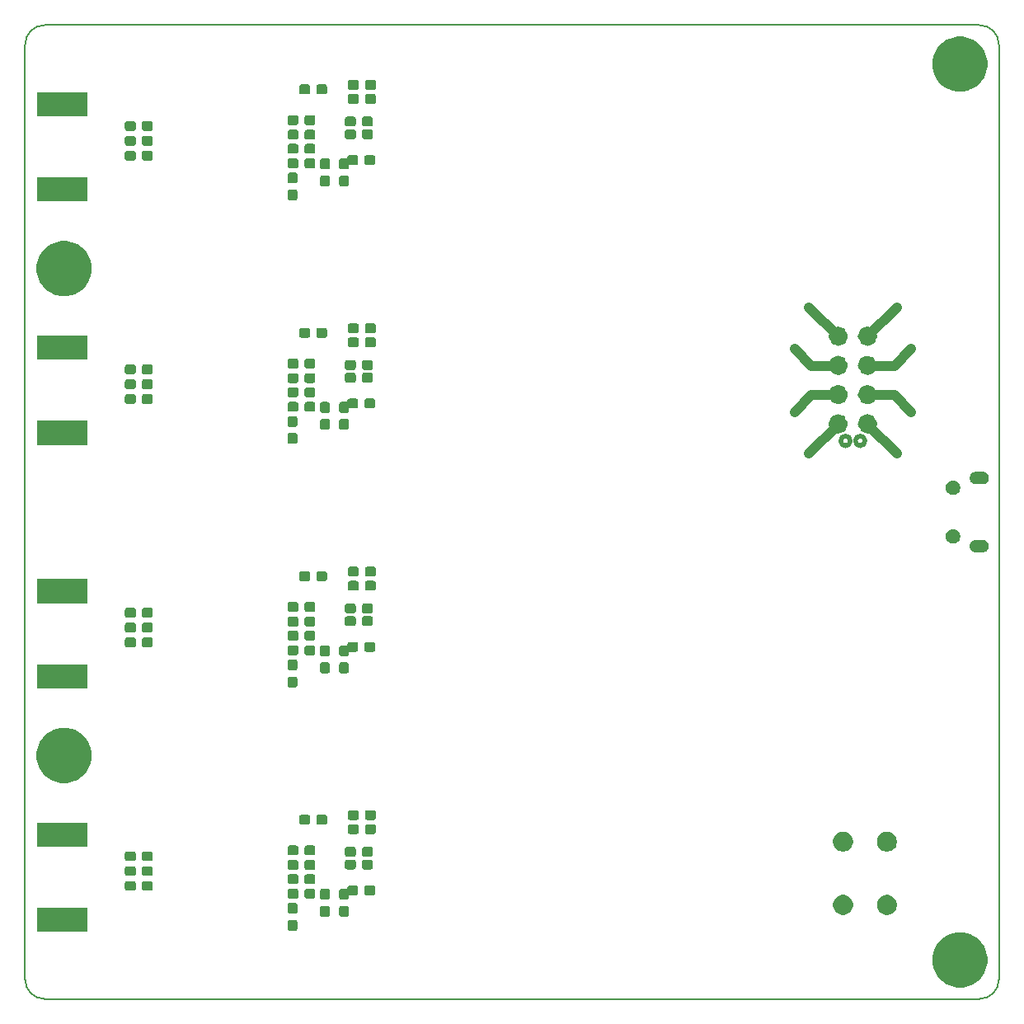
<source format=gbr>
%TF.GenerationSoftware,KiCad,Pcbnew,5.0.2-bee76a0~70~ubuntu18.04.1*%
%TF.CreationDate,2020-09-30T14:13:53+10:00*%
%TF.ProjectId,SDR_board,5344525f-626f-4617-9264-2e6b69636164,rev?*%
%TF.SameCoordinates,Original*%
%TF.FileFunction,Soldermask,Bot*%
%TF.FilePolarity,Negative*%
%FSLAX46Y46*%
G04 Gerber Fmt 4.6, Leading zero omitted, Abs format (unit mm)*
G04 Created by KiCad (PCBNEW 5.0.2-bee76a0~70~ubuntu18.04.1) date Wed 30 Sep 2020 14:13:53 AEST*
%MOMM*%
%LPD*%
G01*
G04 APERTURE LIST*
%ADD10C,1.000000*%
%ADD11C,0.500000*%
%ADD12C,0.150000*%
%ADD13C,0.100000*%
G04 APERTURE END LIST*
D10*
X104000000Y-53250000D02*
X105750000Y-55000000D01*
X116000000Y-59750000D02*
X114250000Y-58000000D01*
X104000000Y-59750000D02*
X105750000Y-58000000D01*
X114250000Y-55000000D02*
X116000000Y-53250000D01*
X111500000Y-61000000D02*
X114500000Y-64000000D01*
X108500000Y-61000000D02*
X105500000Y-64000000D01*
X114250000Y-58000000D02*
X111500000Y-58000000D01*
X105750000Y-58000000D02*
X108500000Y-58000000D01*
X105750000Y-55000000D02*
X108500000Y-55000000D01*
X111500000Y-55000000D02*
X114250000Y-55000000D01*
X111500000Y-52000000D02*
X114500000Y-49000000D01*
X108500000Y-52000000D02*
X105500000Y-49000000D01*
X111994975Y-60950000D02*
G75*
G03X111994975Y-60950000I-494975J0D01*
G01*
X108994975Y-60950000D02*
G75*
G03X108994975Y-60950000I-494975J0D01*
G01*
X111994975Y-57950000D02*
G75*
G03X111994975Y-57950000I-494975J0D01*
G01*
X108994975Y-57950000D02*
G75*
G03X108994975Y-57950000I-494975J0D01*
G01*
X111994975Y-54950000D02*
G75*
G03X111994975Y-54950000I-494975J0D01*
G01*
X108994975Y-54950000D02*
G75*
G03X108994975Y-54950000I-494975J0D01*
G01*
X111994975Y-51950000D02*
G75*
G03X111994975Y-51950000I-494975J0D01*
G01*
X108994975Y-51950000D02*
G75*
G03X108994975Y-51950000I-494975J0D01*
G01*
D11*
X111244975Y-62700000D02*
G75*
G03X111244975Y-62700000I-494975J0D01*
G01*
X109744975Y-62700000D02*
G75*
G03X109744975Y-62700000I-494975J0D01*
G01*
D12*
X27000000Y-120000000D02*
G75*
G02X25000000Y-118000000I0J2000000D01*
G01*
X125000000Y-118000000D02*
G75*
G02X123000000Y-120000000I-2000000J0D01*
G01*
X123000000Y-20000000D02*
G75*
G02X125000000Y-22000000I0J-2000000D01*
G01*
X25000000Y-22000000D02*
G75*
G02X27000000Y-20000000I2000000J0D01*
G01*
X25000000Y-117999999D02*
X25000000Y-21999999D01*
X123000000Y-120000000D02*
X27000000Y-120000000D01*
X125000000Y-22000000D02*
X125000000Y-118000000D01*
X27000000Y-20000000D02*
X123000000Y-20000000D01*
D13*
G36*
X121825481Y-113278755D02*
X122082994Y-113385421D01*
X122340509Y-113492087D01*
X122804021Y-113801796D01*
X123198204Y-114195979D01*
X123507913Y-114659491D01*
X123721245Y-115174520D01*
X123830000Y-115721269D01*
X123830000Y-116278731D01*
X123721245Y-116825480D01*
X123507913Y-117340509D01*
X123198204Y-117804021D01*
X122804021Y-118198204D01*
X122340509Y-118507913D01*
X122082994Y-118614579D01*
X121825481Y-118721245D01*
X121278731Y-118830000D01*
X120721269Y-118830000D01*
X120174519Y-118721245D01*
X119917006Y-118614579D01*
X119659491Y-118507913D01*
X119195979Y-118198204D01*
X118801796Y-117804021D01*
X118492087Y-117340509D01*
X118278755Y-116825480D01*
X118170000Y-116278731D01*
X118170000Y-115721269D01*
X118278755Y-115174520D01*
X118492087Y-114659491D01*
X118801796Y-114195979D01*
X119195979Y-113801796D01*
X119659491Y-113492087D01*
X119917006Y-113385421D01*
X120174519Y-113278755D01*
X120721269Y-113170000D01*
X121278731Y-113170000D01*
X121825481Y-113278755D01*
X121825481Y-113278755D01*
G37*
G36*
X31370000Y-113120000D02*
X26230000Y-113120000D01*
X26230000Y-110640000D01*
X31370000Y-110640000D01*
X31370000Y-113120000D01*
X31370000Y-113120000D01*
G37*
G36*
X52776836Y-111899608D02*
X52819468Y-111912540D01*
X52858759Y-111933542D01*
X52893196Y-111961804D01*
X52921458Y-111996241D01*
X52942460Y-112035532D01*
X52955392Y-112078164D01*
X52960000Y-112124954D01*
X52960000Y-112775046D01*
X52955392Y-112821836D01*
X52942460Y-112864468D01*
X52921458Y-112903759D01*
X52893196Y-112938196D01*
X52858759Y-112966458D01*
X52819468Y-112987460D01*
X52776836Y-113000392D01*
X52730046Y-113005000D01*
X52179954Y-113005000D01*
X52133164Y-113000392D01*
X52090532Y-112987460D01*
X52051241Y-112966458D01*
X52016804Y-112938196D01*
X51988542Y-112903759D01*
X51967540Y-112864468D01*
X51954608Y-112821836D01*
X51950000Y-112775046D01*
X51950000Y-112124954D01*
X51954608Y-112078164D01*
X51967540Y-112035532D01*
X51988542Y-111996241D01*
X52016804Y-111961804D01*
X52051241Y-111933542D01*
X52090532Y-111912540D01*
X52133164Y-111899608D01*
X52179954Y-111895000D01*
X52730046Y-111895000D01*
X52776836Y-111899608D01*
X52776836Y-111899608D01*
G37*
G36*
X58071836Y-110449608D02*
X58114468Y-110462540D01*
X58153759Y-110483542D01*
X58188196Y-110511804D01*
X58216458Y-110546241D01*
X58237460Y-110585532D01*
X58250392Y-110628164D01*
X58255000Y-110674954D01*
X58255000Y-111325046D01*
X58250392Y-111371836D01*
X58237460Y-111414468D01*
X58216458Y-111453759D01*
X58188196Y-111488196D01*
X58153759Y-111516458D01*
X58114468Y-111537460D01*
X58071836Y-111550392D01*
X58025046Y-111555000D01*
X57474954Y-111555000D01*
X57428164Y-111550392D01*
X57385532Y-111537460D01*
X57346241Y-111516458D01*
X57311804Y-111488196D01*
X57283542Y-111453759D01*
X57262540Y-111414468D01*
X57249608Y-111371836D01*
X57245000Y-111325046D01*
X57245000Y-110674954D01*
X57249608Y-110628164D01*
X57262540Y-110585532D01*
X57283542Y-110546241D01*
X57311804Y-110511804D01*
X57346241Y-110483542D01*
X57385532Y-110462540D01*
X57428164Y-110449608D01*
X57474954Y-110445000D01*
X58025046Y-110445000D01*
X58071836Y-110449608D01*
X58071836Y-110449608D01*
G37*
G36*
X56121836Y-110449608D02*
X56164468Y-110462540D01*
X56203759Y-110483542D01*
X56238196Y-110511804D01*
X56266458Y-110546241D01*
X56287460Y-110585532D01*
X56300392Y-110628164D01*
X56305000Y-110674954D01*
X56305000Y-111325046D01*
X56300392Y-111371836D01*
X56287460Y-111414468D01*
X56266458Y-111453759D01*
X56238196Y-111488196D01*
X56203759Y-111516458D01*
X56164468Y-111537460D01*
X56121836Y-111550392D01*
X56075046Y-111555000D01*
X55524954Y-111555000D01*
X55478164Y-111550392D01*
X55435532Y-111537460D01*
X55396241Y-111516458D01*
X55361804Y-111488196D01*
X55333542Y-111453759D01*
X55312540Y-111414468D01*
X55299608Y-111371836D01*
X55295000Y-111325046D01*
X55295000Y-110674954D01*
X55299608Y-110628164D01*
X55312540Y-110585532D01*
X55333542Y-110546241D01*
X55361804Y-110511804D01*
X55396241Y-110483542D01*
X55435532Y-110462540D01*
X55478164Y-110449608D01*
X55524954Y-110445000D01*
X56075046Y-110445000D01*
X56121836Y-110449608D01*
X56121836Y-110449608D01*
G37*
G36*
X113800438Y-109359581D02*
X113987889Y-109437226D01*
X114156588Y-109549947D01*
X114300053Y-109693412D01*
X114412774Y-109862111D01*
X114490419Y-110049562D01*
X114530000Y-110248552D01*
X114530000Y-110451448D01*
X114490419Y-110650438D01*
X114412774Y-110837889D01*
X114300053Y-111006588D01*
X114156588Y-111150053D01*
X113987889Y-111262774D01*
X113800438Y-111340419D01*
X113601448Y-111380000D01*
X113398552Y-111380000D01*
X113199562Y-111340419D01*
X113012111Y-111262774D01*
X112843412Y-111150053D01*
X112699947Y-111006588D01*
X112587226Y-110837889D01*
X112509581Y-110650438D01*
X112470000Y-110451448D01*
X112470000Y-110248552D01*
X112509581Y-110049562D01*
X112587226Y-109862111D01*
X112699947Y-109693412D01*
X112843412Y-109549947D01*
X113012111Y-109437226D01*
X113199562Y-109359581D01*
X113398552Y-109320000D01*
X113601448Y-109320000D01*
X113800438Y-109359581D01*
X113800438Y-109359581D01*
G37*
G36*
X109300438Y-109359581D02*
X109487889Y-109437226D01*
X109656588Y-109549947D01*
X109800053Y-109693412D01*
X109912774Y-109862111D01*
X109990419Y-110049562D01*
X110030000Y-110248552D01*
X110030000Y-110451448D01*
X109990419Y-110650438D01*
X109912774Y-110837889D01*
X109800053Y-111006588D01*
X109656588Y-111150053D01*
X109487889Y-111262774D01*
X109300438Y-111340419D01*
X109101448Y-111380000D01*
X108898552Y-111380000D01*
X108699562Y-111340419D01*
X108512111Y-111262774D01*
X108343412Y-111150053D01*
X108199947Y-111006588D01*
X108087226Y-110837889D01*
X108009581Y-110650438D01*
X107970000Y-110451448D01*
X107970000Y-110248552D01*
X108009581Y-110049562D01*
X108087226Y-109862111D01*
X108199947Y-109693412D01*
X108343412Y-109549947D01*
X108512111Y-109437226D01*
X108699562Y-109359581D01*
X108898552Y-109320000D01*
X109101448Y-109320000D01*
X109300438Y-109359581D01*
X109300438Y-109359581D01*
G37*
G36*
X52776836Y-110149608D02*
X52819468Y-110162540D01*
X52858759Y-110183542D01*
X52893196Y-110211804D01*
X52921458Y-110246241D01*
X52942460Y-110285532D01*
X52955392Y-110328164D01*
X52960000Y-110374954D01*
X52960000Y-111025046D01*
X52955392Y-111071836D01*
X52942460Y-111114468D01*
X52921458Y-111153759D01*
X52893196Y-111188196D01*
X52858759Y-111216458D01*
X52819468Y-111237460D01*
X52776836Y-111250392D01*
X52730046Y-111255000D01*
X52179954Y-111255000D01*
X52133164Y-111250392D01*
X52090532Y-111237460D01*
X52051241Y-111216458D01*
X52016804Y-111188196D01*
X51988542Y-111153759D01*
X51967540Y-111114468D01*
X51954608Y-111071836D01*
X51950000Y-111025046D01*
X51950000Y-110374954D01*
X51954608Y-110328164D01*
X51967540Y-110285532D01*
X51988542Y-110246241D01*
X52016804Y-110211804D01*
X52051241Y-110183542D01*
X52090532Y-110162540D01*
X52133164Y-110149608D01*
X52179954Y-110145000D01*
X52730046Y-110145000D01*
X52776836Y-110149608D01*
X52776836Y-110149608D01*
G37*
G36*
X59021836Y-108349608D02*
X59064468Y-108362540D01*
X59103759Y-108383542D01*
X59138196Y-108411804D01*
X59166458Y-108446241D01*
X59187460Y-108485532D01*
X59200392Y-108528164D01*
X59205000Y-108574954D01*
X59205000Y-109125046D01*
X59200392Y-109171836D01*
X59187460Y-109214468D01*
X59166458Y-109253759D01*
X59138196Y-109288196D01*
X59103759Y-109316458D01*
X59064468Y-109337460D01*
X59021836Y-109350392D01*
X58975046Y-109355000D01*
X58324956Y-109355000D01*
X58309902Y-109353517D01*
X58300100Y-109353517D01*
X58290487Y-109355429D01*
X58281431Y-109359179D01*
X58273281Y-109364625D01*
X58266350Y-109371555D01*
X58260904Y-109379705D01*
X58257153Y-109388761D01*
X58255241Y-109398374D01*
X58255000Y-109403276D01*
X58255000Y-109575046D01*
X58250392Y-109621836D01*
X58237460Y-109664468D01*
X58216458Y-109703759D01*
X58188196Y-109738196D01*
X58153759Y-109766458D01*
X58114468Y-109787460D01*
X58071836Y-109800392D01*
X58025046Y-109805000D01*
X57474954Y-109805000D01*
X57428164Y-109800392D01*
X57385532Y-109787460D01*
X57346241Y-109766458D01*
X57311804Y-109738196D01*
X57283542Y-109703759D01*
X57262540Y-109664468D01*
X57249608Y-109621836D01*
X57245000Y-109575046D01*
X57245000Y-108924954D01*
X57249608Y-108878164D01*
X57262540Y-108835532D01*
X57283542Y-108796241D01*
X57311804Y-108761804D01*
X57346241Y-108733542D01*
X57385532Y-108712540D01*
X57428164Y-108699608D01*
X57474954Y-108695000D01*
X58025044Y-108695000D01*
X58040098Y-108696483D01*
X58049900Y-108696483D01*
X58059513Y-108694571D01*
X58068569Y-108690821D01*
X58076719Y-108685375D01*
X58083650Y-108678445D01*
X58089096Y-108670295D01*
X58092847Y-108661239D01*
X58094759Y-108651626D01*
X58095000Y-108646724D01*
X58095000Y-108574954D01*
X58099608Y-108528164D01*
X58112540Y-108485532D01*
X58133542Y-108446241D01*
X58161804Y-108411804D01*
X58196241Y-108383542D01*
X58235532Y-108362540D01*
X58278164Y-108349608D01*
X58324954Y-108345000D01*
X58975046Y-108345000D01*
X59021836Y-108349608D01*
X59021836Y-108349608D01*
G37*
G36*
X56121836Y-108699608D02*
X56164468Y-108712540D01*
X56203759Y-108733542D01*
X56238196Y-108761804D01*
X56266458Y-108796241D01*
X56287460Y-108835532D01*
X56300392Y-108878164D01*
X56305000Y-108924954D01*
X56305000Y-109575046D01*
X56300392Y-109621836D01*
X56287460Y-109664468D01*
X56266458Y-109703759D01*
X56238196Y-109738196D01*
X56203759Y-109766458D01*
X56164468Y-109787460D01*
X56121836Y-109800392D01*
X56075046Y-109805000D01*
X55524954Y-109805000D01*
X55478164Y-109800392D01*
X55435532Y-109787460D01*
X55396241Y-109766458D01*
X55361804Y-109738196D01*
X55333542Y-109703759D01*
X55312540Y-109664468D01*
X55299608Y-109621836D01*
X55295000Y-109575046D01*
X55295000Y-108924954D01*
X55299608Y-108878164D01*
X55312540Y-108835532D01*
X55333542Y-108796241D01*
X55361804Y-108761804D01*
X55396241Y-108733542D01*
X55435532Y-108712540D01*
X55478164Y-108699608D01*
X55524954Y-108695000D01*
X56075046Y-108695000D01*
X56121836Y-108699608D01*
X56121836Y-108699608D01*
G37*
G36*
X52871836Y-108699608D02*
X52914468Y-108712540D01*
X52953759Y-108733542D01*
X52988196Y-108761804D01*
X53016458Y-108796241D01*
X53037460Y-108835532D01*
X53050392Y-108878164D01*
X53055000Y-108924954D01*
X53055000Y-109475046D01*
X53050392Y-109521836D01*
X53037460Y-109564468D01*
X53016458Y-109603759D01*
X52988196Y-109638196D01*
X52953759Y-109666458D01*
X52914468Y-109687460D01*
X52871836Y-109700392D01*
X52825046Y-109705000D01*
X52174954Y-109705000D01*
X52128164Y-109700392D01*
X52085532Y-109687460D01*
X52046241Y-109666458D01*
X52011804Y-109638196D01*
X51983542Y-109603759D01*
X51962540Y-109564468D01*
X51949608Y-109521836D01*
X51945000Y-109475046D01*
X51945000Y-108924954D01*
X51949608Y-108878164D01*
X51962540Y-108835532D01*
X51983542Y-108796241D01*
X52011804Y-108761804D01*
X52046241Y-108733542D01*
X52085532Y-108712540D01*
X52128164Y-108699608D01*
X52174954Y-108695000D01*
X52825046Y-108695000D01*
X52871836Y-108699608D01*
X52871836Y-108699608D01*
G37*
G36*
X54621836Y-108699608D02*
X54664468Y-108712540D01*
X54703759Y-108733542D01*
X54738196Y-108761804D01*
X54766458Y-108796241D01*
X54787460Y-108835532D01*
X54800392Y-108878164D01*
X54805000Y-108924954D01*
X54805000Y-109475046D01*
X54800392Y-109521836D01*
X54787460Y-109564468D01*
X54766458Y-109603759D01*
X54738196Y-109638196D01*
X54703759Y-109666458D01*
X54664468Y-109687460D01*
X54621836Y-109700392D01*
X54575046Y-109705000D01*
X53924954Y-109705000D01*
X53878164Y-109700392D01*
X53835532Y-109687460D01*
X53796241Y-109666458D01*
X53761804Y-109638196D01*
X53733542Y-109603759D01*
X53712540Y-109564468D01*
X53699608Y-109521836D01*
X53695000Y-109475046D01*
X53695000Y-108924954D01*
X53699608Y-108878164D01*
X53712540Y-108835532D01*
X53733542Y-108796241D01*
X53761804Y-108761804D01*
X53796241Y-108733542D01*
X53835532Y-108712540D01*
X53878164Y-108699608D01*
X53924954Y-108695000D01*
X54575046Y-108695000D01*
X54621836Y-108699608D01*
X54621836Y-108699608D01*
G37*
G36*
X60771836Y-108349608D02*
X60814468Y-108362540D01*
X60853759Y-108383542D01*
X60888196Y-108411804D01*
X60916458Y-108446241D01*
X60937460Y-108485532D01*
X60950392Y-108528164D01*
X60955000Y-108574954D01*
X60955000Y-109125046D01*
X60950392Y-109171836D01*
X60937460Y-109214468D01*
X60916458Y-109253759D01*
X60888196Y-109288196D01*
X60853759Y-109316458D01*
X60814468Y-109337460D01*
X60771836Y-109350392D01*
X60725046Y-109355000D01*
X60074954Y-109355000D01*
X60028164Y-109350392D01*
X59985532Y-109337460D01*
X59946241Y-109316458D01*
X59911804Y-109288196D01*
X59883542Y-109253759D01*
X59862540Y-109214468D01*
X59849608Y-109171836D01*
X59845000Y-109125046D01*
X59845000Y-108574954D01*
X59849608Y-108528164D01*
X59862540Y-108485532D01*
X59883542Y-108446241D01*
X59911804Y-108411804D01*
X59946241Y-108383542D01*
X59985532Y-108362540D01*
X60028164Y-108349608D01*
X60074954Y-108345000D01*
X60725046Y-108345000D01*
X60771836Y-108349608D01*
X60771836Y-108349608D01*
G37*
G36*
X36171836Y-107899608D02*
X36214468Y-107912540D01*
X36253759Y-107933542D01*
X36288196Y-107961804D01*
X36316458Y-107996241D01*
X36337460Y-108035532D01*
X36350392Y-108078164D01*
X36355000Y-108124954D01*
X36355000Y-108675046D01*
X36350392Y-108721836D01*
X36337460Y-108764468D01*
X36316458Y-108803759D01*
X36288196Y-108838196D01*
X36253759Y-108866458D01*
X36214468Y-108887460D01*
X36171836Y-108900392D01*
X36125046Y-108905000D01*
X35474954Y-108905000D01*
X35428164Y-108900392D01*
X35385532Y-108887460D01*
X35346241Y-108866458D01*
X35311804Y-108838196D01*
X35283542Y-108803759D01*
X35262540Y-108764468D01*
X35249608Y-108721836D01*
X35245000Y-108675046D01*
X35245000Y-108124954D01*
X35249608Y-108078164D01*
X35262540Y-108035532D01*
X35283542Y-107996241D01*
X35311804Y-107961804D01*
X35346241Y-107933542D01*
X35385532Y-107912540D01*
X35428164Y-107899608D01*
X35474954Y-107895000D01*
X36125046Y-107895000D01*
X36171836Y-107899608D01*
X36171836Y-107899608D01*
G37*
G36*
X37921836Y-107899608D02*
X37964468Y-107912540D01*
X38003759Y-107933542D01*
X38038196Y-107961804D01*
X38066458Y-107996241D01*
X38087460Y-108035532D01*
X38100392Y-108078164D01*
X38105000Y-108124954D01*
X38105000Y-108675046D01*
X38100392Y-108721836D01*
X38087460Y-108764468D01*
X38066458Y-108803759D01*
X38038196Y-108838196D01*
X38003759Y-108866458D01*
X37964468Y-108887460D01*
X37921836Y-108900392D01*
X37875046Y-108905000D01*
X37224954Y-108905000D01*
X37178164Y-108900392D01*
X37135532Y-108887460D01*
X37096241Y-108866458D01*
X37061804Y-108838196D01*
X37033542Y-108803759D01*
X37012540Y-108764468D01*
X36999608Y-108721836D01*
X36995000Y-108675046D01*
X36995000Y-108124954D01*
X36999608Y-108078164D01*
X37012540Y-108035532D01*
X37033542Y-107996241D01*
X37061804Y-107961804D01*
X37096241Y-107933542D01*
X37135532Y-107912540D01*
X37178164Y-107899608D01*
X37224954Y-107895000D01*
X37875046Y-107895000D01*
X37921836Y-107899608D01*
X37921836Y-107899608D01*
G37*
G36*
X54621836Y-107199608D02*
X54664468Y-107212540D01*
X54703759Y-107233542D01*
X54738196Y-107261804D01*
X54766458Y-107296241D01*
X54787460Y-107335532D01*
X54800392Y-107378164D01*
X54805000Y-107424954D01*
X54805000Y-107975046D01*
X54800392Y-108021836D01*
X54787460Y-108064468D01*
X54766458Y-108103759D01*
X54738196Y-108138196D01*
X54703759Y-108166458D01*
X54664468Y-108187460D01*
X54621836Y-108200392D01*
X54575046Y-108205000D01*
X53924954Y-108205000D01*
X53878164Y-108200392D01*
X53835532Y-108187460D01*
X53796241Y-108166458D01*
X53761804Y-108138196D01*
X53733542Y-108103759D01*
X53712540Y-108064468D01*
X53699608Y-108021836D01*
X53695000Y-107975046D01*
X53695000Y-107424954D01*
X53699608Y-107378164D01*
X53712540Y-107335532D01*
X53733542Y-107296241D01*
X53761804Y-107261804D01*
X53796241Y-107233542D01*
X53835532Y-107212540D01*
X53878164Y-107199608D01*
X53924954Y-107195000D01*
X54575046Y-107195000D01*
X54621836Y-107199608D01*
X54621836Y-107199608D01*
G37*
G36*
X52871836Y-107199608D02*
X52914468Y-107212540D01*
X52953759Y-107233542D01*
X52988196Y-107261804D01*
X53016458Y-107296241D01*
X53037460Y-107335532D01*
X53050392Y-107378164D01*
X53055000Y-107424954D01*
X53055000Y-107975046D01*
X53050392Y-108021836D01*
X53037460Y-108064468D01*
X53016458Y-108103759D01*
X52988196Y-108138196D01*
X52953759Y-108166458D01*
X52914468Y-108187460D01*
X52871836Y-108200392D01*
X52825046Y-108205000D01*
X52174954Y-108205000D01*
X52128164Y-108200392D01*
X52085532Y-108187460D01*
X52046241Y-108166458D01*
X52011804Y-108138196D01*
X51983542Y-108103759D01*
X51962540Y-108064468D01*
X51949608Y-108021836D01*
X51945000Y-107975046D01*
X51945000Y-107424954D01*
X51949608Y-107378164D01*
X51962540Y-107335532D01*
X51983542Y-107296241D01*
X52011804Y-107261804D01*
X52046241Y-107233542D01*
X52085532Y-107212540D01*
X52128164Y-107199608D01*
X52174954Y-107195000D01*
X52825046Y-107195000D01*
X52871836Y-107199608D01*
X52871836Y-107199608D01*
G37*
G36*
X36171836Y-106374608D02*
X36214468Y-106387540D01*
X36253759Y-106408542D01*
X36288196Y-106436804D01*
X36316458Y-106471241D01*
X36337460Y-106510532D01*
X36350392Y-106553164D01*
X36355000Y-106599951D01*
X36355000Y-107150046D01*
X36350392Y-107196836D01*
X36337460Y-107239468D01*
X36316458Y-107278759D01*
X36288196Y-107313196D01*
X36253759Y-107341458D01*
X36214468Y-107362460D01*
X36171836Y-107375392D01*
X36125046Y-107380000D01*
X35474954Y-107380000D01*
X35428164Y-107375392D01*
X35385532Y-107362460D01*
X35346241Y-107341458D01*
X35311804Y-107313196D01*
X35283542Y-107278759D01*
X35262540Y-107239468D01*
X35249608Y-107196836D01*
X35245000Y-107150046D01*
X35245000Y-106599951D01*
X35249608Y-106553164D01*
X35262540Y-106510532D01*
X35283542Y-106471241D01*
X35311804Y-106436804D01*
X35346241Y-106408542D01*
X35385532Y-106387540D01*
X35428164Y-106374608D01*
X35474954Y-106370000D01*
X36125046Y-106370000D01*
X36171836Y-106374608D01*
X36171836Y-106374608D01*
G37*
G36*
X37921836Y-106374608D02*
X37964468Y-106387540D01*
X38003759Y-106408542D01*
X38038196Y-106436804D01*
X38066458Y-106471241D01*
X38087460Y-106510532D01*
X38100392Y-106553164D01*
X38105000Y-106599951D01*
X38105000Y-107150046D01*
X38100392Y-107196836D01*
X38087460Y-107239468D01*
X38066458Y-107278759D01*
X38038196Y-107313196D01*
X38003759Y-107341458D01*
X37964468Y-107362460D01*
X37921836Y-107375392D01*
X37875046Y-107380000D01*
X37224954Y-107380000D01*
X37178164Y-107375392D01*
X37135532Y-107362460D01*
X37096241Y-107341458D01*
X37061804Y-107313196D01*
X37033542Y-107278759D01*
X37012540Y-107239468D01*
X36999608Y-107196836D01*
X36995000Y-107150046D01*
X36995000Y-106599951D01*
X36999608Y-106553164D01*
X37012540Y-106510532D01*
X37033542Y-106471241D01*
X37061804Y-106436804D01*
X37096241Y-106408542D01*
X37135532Y-106387540D01*
X37178164Y-106374608D01*
X37224954Y-106370000D01*
X37875046Y-106370000D01*
X37921836Y-106374608D01*
X37921836Y-106374608D01*
G37*
G36*
X54621836Y-105749608D02*
X54664468Y-105762540D01*
X54703759Y-105783542D01*
X54738196Y-105811804D01*
X54766458Y-105846241D01*
X54787460Y-105885532D01*
X54800392Y-105928164D01*
X54805000Y-105974954D01*
X54805000Y-106525046D01*
X54800392Y-106571836D01*
X54787460Y-106614468D01*
X54766458Y-106653759D01*
X54738196Y-106688196D01*
X54703759Y-106716458D01*
X54664468Y-106737460D01*
X54621836Y-106750392D01*
X54575046Y-106755000D01*
X53924954Y-106755000D01*
X53878164Y-106750392D01*
X53835532Y-106737460D01*
X53796241Y-106716458D01*
X53761804Y-106688196D01*
X53733542Y-106653759D01*
X53712540Y-106614468D01*
X53699608Y-106571836D01*
X53695000Y-106525046D01*
X53695000Y-105974954D01*
X53699608Y-105928164D01*
X53712540Y-105885532D01*
X53733542Y-105846241D01*
X53761804Y-105811804D01*
X53796241Y-105783542D01*
X53835532Y-105762540D01*
X53878164Y-105749608D01*
X53924954Y-105745000D01*
X54575046Y-105745000D01*
X54621836Y-105749608D01*
X54621836Y-105749608D01*
G37*
G36*
X52871836Y-105749608D02*
X52914468Y-105762540D01*
X52953759Y-105783542D01*
X52988196Y-105811804D01*
X53016458Y-105846241D01*
X53037460Y-105885532D01*
X53050392Y-105928164D01*
X53055000Y-105974954D01*
X53055000Y-106525046D01*
X53050392Y-106571836D01*
X53037460Y-106614468D01*
X53016458Y-106653759D01*
X52988196Y-106688196D01*
X52953759Y-106716458D01*
X52914468Y-106737460D01*
X52871836Y-106750392D01*
X52825046Y-106755000D01*
X52174954Y-106755000D01*
X52128164Y-106750392D01*
X52085532Y-106737460D01*
X52046241Y-106716458D01*
X52011804Y-106688196D01*
X51983542Y-106653759D01*
X51962540Y-106614468D01*
X51949608Y-106571836D01*
X51945000Y-106525046D01*
X51945000Y-105974954D01*
X51949608Y-105928164D01*
X51962540Y-105885532D01*
X51983542Y-105846241D01*
X52011804Y-105811804D01*
X52046241Y-105783542D01*
X52085532Y-105762540D01*
X52128164Y-105749608D01*
X52174954Y-105745000D01*
X52825046Y-105745000D01*
X52871836Y-105749608D01*
X52871836Y-105749608D01*
G37*
G36*
X60521836Y-105699608D02*
X60564468Y-105712540D01*
X60603759Y-105733542D01*
X60638196Y-105761804D01*
X60666458Y-105796241D01*
X60687460Y-105835532D01*
X60700392Y-105878164D01*
X60705000Y-105924954D01*
X60705000Y-106475046D01*
X60700392Y-106521836D01*
X60687460Y-106564468D01*
X60666458Y-106603759D01*
X60638196Y-106638196D01*
X60603759Y-106666458D01*
X60564468Y-106687460D01*
X60521836Y-106700392D01*
X60475046Y-106705000D01*
X59824954Y-106705000D01*
X59778164Y-106700392D01*
X59735532Y-106687460D01*
X59696241Y-106666458D01*
X59661804Y-106638196D01*
X59633542Y-106603759D01*
X59612540Y-106564468D01*
X59599608Y-106521836D01*
X59595000Y-106475046D01*
X59595000Y-105924954D01*
X59599608Y-105878164D01*
X59612540Y-105835532D01*
X59633542Y-105796241D01*
X59661804Y-105761804D01*
X59696241Y-105733542D01*
X59735532Y-105712540D01*
X59778164Y-105699608D01*
X59824954Y-105695000D01*
X60475046Y-105695000D01*
X60521836Y-105699608D01*
X60521836Y-105699608D01*
G37*
G36*
X58771836Y-105699608D02*
X58814468Y-105712540D01*
X58853759Y-105733542D01*
X58888196Y-105761804D01*
X58916458Y-105796241D01*
X58937460Y-105835532D01*
X58950392Y-105878164D01*
X58955000Y-105924954D01*
X58955000Y-106475046D01*
X58950392Y-106521836D01*
X58937460Y-106564468D01*
X58916458Y-106603759D01*
X58888196Y-106638196D01*
X58853759Y-106666458D01*
X58814468Y-106687460D01*
X58771836Y-106700392D01*
X58725046Y-106705000D01*
X58074954Y-106705000D01*
X58028164Y-106700392D01*
X57985532Y-106687460D01*
X57946241Y-106666458D01*
X57911804Y-106638196D01*
X57883542Y-106603759D01*
X57862540Y-106564468D01*
X57849608Y-106521836D01*
X57845000Y-106475046D01*
X57845000Y-105924954D01*
X57849608Y-105878164D01*
X57862540Y-105835532D01*
X57883542Y-105796241D01*
X57911804Y-105761804D01*
X57946241Y-105733542D01*
X57985532Y-105712540D01*
X58028164Y-105699608D01*
X58074954Y-105695000D01*
X58725046Y-105695000D01*
X58771836Y-105699608D01*
X58771836Y-105699608D01*
G37*
G36*
X37921836Y-104849608D02*
X37964468Y-104862540D01*
X38003759Y-104883542D01*
X38038196Y-104911804D01*
X38066458Y-104946241D01*
X38087460Y-104985532D01*
X38100392Y-105028164D01*
X38105000Y-105074954D01*
X38105000Y-105625046D01*
X38100392Y-105671836D01*
X38087460Y-105714468D01*
X38066458Y-105753759D01*
X38038196Y-105788196D01*
X38003759Y-105816458D01*
X37964468Y-105837460D01*
X37921836Y-105850392D01*
X37875046Y-105855000D01*
X37224954Y-105855000D01*
X37178164Y-105850392D01*
X37135532Y-105837460D01*
X37096241Y-105816458D01*
X37061804Y-105788196D01*
X37033542Y-105753759D01*
X37012540Y-105714468D01*
X36999608Y-105671836D01*
X36995000Y-105625046D01*
X36995000Y-105074954D01*
X36999608Y-105028164D01*
X37012540Y-104985532D01*
X37033542Y-104946241D01*
X37061804Y-104911804D01*
X37096241Y-104883542D01*
X37135532Y-104862540D01*
X37178164Y-104849608D01*
X37224954Y-104845000D01*
X37875046Y-104845000D01*
X37921836Y-104849608D01*
X37921836Y-104849608D01*
G37*
G36*
X36171836Y-104849608D02*
X36214468Y-104862540D01*
X36253759Y-104883542D01*
X36288196Y-104911804D01*
X36316458Y-104946241D01*
X36337460Y-104985532D01*
X36350392Y-105028164D01*
X36355000Y-105074954D01*
X36355000Y-105625046D01*
X36350392Y-105671836D01*
X36337460Y-105714468D01*
X36316458Y-105753759D01*
X36288196Y-105788196D01*
X36253759Y-105816458D01*
X36214468Y-105837460D01*
X36171836Y-105850392D01*
X36125046Y-105855000D01*
X35474954Y-105855000D01*
X35428164Y-105850392D01*
X35385532Y-105837460D01*
X35346241Y-105816458D01*
X35311804Y-105788196D01*
X35283542Y-105753759D01*
X35262540Y-105714468D01*
X35249608Y-105671836D01*
X35245000Y-105625046D01*
X35245000Y-105074954D01*
X35249608Y-105028164D01*
X35262540Y-104985532D01*
X35283542Y-104946241D01*
X35311804Y-104911804D01*
X35346241Y-104883542D01*
X35385532Y-104862540D01*
X35428164Y-104849608D01*
X35474954Y-104845000D01*
X36125046Y-104845000D01*
X36171836Y-104849608D01*
X36171836Y-104849608D01*
G37*
G36*
X58771836Y-104399608D02*
X58814468Y-104412540D01*
X58853759Y-104433542D01*
X58888196Y-104461804D01*
X58916458Y-104496241D01*
X58937460Y-104535532D01*
X58950392Y-104578164D01*
X58955000Y-104624954D01*
X58955000Y-105175046D01*
X58950392Y-105221836D01*
X58937460Y-105264468D01*
X58916458Y-105303759D01*
X58888196Y-105338196D01*
X58853759Y-105366458D01*
X58814468Y-105387460D01*
X58771836Y-105400392D01*
X58725046Y-105405000D01*
X58074954Y-105405000D01*
X58028164Y-105400392D01*
X57985532Y-105387460D01*
X57946241Y-105366458D01*
X57911804Y-105338196D01*
X57883542Y-105303759D01*
X57862540Y-105264468D01*
X57849608Y-105221836D01*
X57845000Y-105175046D01*
X57845000Y-104624954D01*
X57849608Y-104578164D01*
X57862540Y-104535532D01*
X57883542Y-104496241D01*
X57911804Y-104461804D01*
X57946241Y-104433542D01*
X57985532Y-104412540D01*
X58028164Y-104399608D01*
X58074954Y-104395000D01*
X58725046Y-104395000D01*
X58771836Y-104399608D01*
X58771836Y-104399608D01*
G37*
G36*
X60521836Y-104399608D02*
X60564468Y-104412540D01*
X60603759Y-104433542D01*
X60638196Y-104461804D01*
X60666458Y-104496241D01*
X60687460Y-104535532D01*
X60700392Y-104578164D01*
X60705000Y-104624954D01*
X60705000Y-105175046D01*
X60700392Y-105221836D01*
X60687460Y-105264468D01*
X60666458Y-105303759D01*
X60638196Y-105338196D01*
X60603759Y-105366458D01*
X60564468Y-105387460D01*
X60521836Y-105400392D01*
X60475046Y-105405000D01*
X59824954Y-105405000D01*
X59778164Y-105400392D01*
X59735532Y-105387460D01*
X59696241Y-105366458D01*
X59661804Y-105338196D01*
X59633542Y-105303759D01*
X59612540Y-105264468D01*
X59599608Y-105221836D01*
X59595000Y-105175046D01*
X59595000Y-104624954D01*
X59599608Y-104578164D01*
X59612540Y-104535532D01*
X59633542Y-104496241D01*
X59661804Y-104461804D01*
X59696241Y-104433542D01*
X59735532Y-104412540D01*
X59778164Y-104399608D01*
X59824954Y-104395000D01*
X60475046Y-104395000D01*
X60521836Y-104399608D01*
X60521836Y-104399608D01*
G37*
G36*
X52871836Y-104249608D02*
X52914468Y-104262540D01*
X52953759Y-104283542D01*
X52988196Y-104311804D01*
X53016458Y-104346241D01*
X53037460Y-104385532D01*
X53050392Y-104428164D01*
X53055000Y-104474954D01*
X53055000Y-105025046D01*
X53050392Y-105071836D01*
X53037460Y-105114468D01*
X53016458Y-105153759D01*
X52988196Y-105188196D01*
X52953759Y-105216458D01*
X52914468Y-105237460D01*
X52871836Y-105250392D01*
X52825046Y-105255000D01*
X52174954Y-105255000D01*
X52128164Y-105250392D01*
X52085532Y-105237460D01*
X52046241Y-105216458D01*
X52011804Y-105188196D01*
X51983542Y-105153759D01*
X51962540Y-105114468D01*
X51949608Y-105071836D01*
X51945000Y-105025046D01*
X51945000Y-104474954D01*
X51949608Y-104428164D01*
X51962540Y-104385532D01*
X51983542Y-104346241D01*
X52011804Y-104311804D01*
X52046241Y-104283542D01*
X52085532Y-104262540D01*
X52128164Y-104249608D01*
X52174954Y-104245000D01*
X52825046Y-104245000D01*
X52871836Y-104249608D01*
X52871836Y-104249608D01*
G37*
G36*
X54621836Y-104249608D02*
X54664468Y-104262540D01*
X54703759Y-104283542D01*
X54738196Y-104311804D01*
X54766458Y-104346241D01*
X54787460Y-104385532D01*
X54800392Y-104428164D01*
X54805000Y-104474954D01*
X54805000Y-105025046D01*
X54800392Y-105071836D01*
X54787460Y-105114468D01*
X54766458Y-105153759D01*
X54738196Y-105188196D01*
X54703759Y-105216458D01*
X54664468Y-105237460D01*
X54621836Y-105250392D01*
X54575046Y-105255000D01*
X53924954Y-105255000D01*
X53878164Y-105250392D01*
X53835532Y-105237460D01*
X53796241Y-105216458D01*
X53761804Y-105188196D01*
X53733542Y-105153759D01*
X53712540Y-105114468D01*
X53699608Y-105071836D01*
X53695000Y-105025046D01*
X53695000Y-104474954D01*
X53699608Y-104428164D01*
X53712540Y-104385532D01*
X53733542Y-104346241D01*
X53761804Y-104311804D01*
X53796241Y-104283542D01*
X53835532Y-104262540D01*
X53878164Y-104249608D01*
X53924954Y-104245000D01*
X54575046Y-104245000D01*
X54621836Y-104249608D01*
X54621836Y-104249608D01*
G37*
G36*
X113800438Y-102859581D02*
X113987889Y-102937226D01*
X114156588Y-103049947D01*
X114300053Y-103193412D01*
X114412774Y-103362111D01*
X114490419Y-103549562D01*
X114530000Y-103748552D01*
X114530000Y-103951448D01*
X114490419Y-104150438D01*
X114412774Y-104337889D01*
X114300053Y-104506588D01*
X114156588Y-104650053D01*
X113987889Y-104762774D01*
X113800438Y-104840419D01*
X113601448Y-104880000D01*
X113398552Y-104880000D01*
X113199562Y-104840419D01*
X113012111Y-104762774D01*
X112843412Y-104650053D01*
X112699947Y-104506588D01*
X112587226Y-104337889D01*
X112509581Y-104150438D01*
X112470000Y-103951448D01*
X112470000Y-103748552D01*
X112509581Y-103549562D01*
X112587226Y-103362111D01*
X112699947Y-103193412D01*
X112843412Y-103049947D01*
X113012111Y-102937226D01*
X113199562Y-102859581D01*
X113398552Y-102820000D01*
X113601448Y-102820000D01*
X113800438Y-102859581D01*
X113800438Y-102859581D01*
G37*
G36*
X109300438Y-102859581D02*
X109487889Y-102937226D01*
X109656588Y-103049947D01*
X109800053Y-103193412D01*
X109912774Y-103362111D01*
X109990419Y-103549562D01*
X110030000Y-103748552D01*
X110030000Y-103951448D01*
X109990419Y-104150438D01*
X109912774Y-104337889D01*
X109800053Y-104506588D01*
X109656588Y-104650053D01*
X109487889Y-104762774D01*
X109300438Y-104840419D01*
X109101448Y-104880000D01*
X108898552Y-104880000D01*
X108699562Y-104840419D01*
X108512111Y-104762774D01*
X108343412Y-104650053D01*
X108199947Y-104506588D01*
X108087226Y-104337889D01*
X108009581Y-104150438D01*
X107970000Y-103951448D01*
X107970000Y-103748552D01*
X108009581Y-103549562D01*
X108087226Y-103362111D01*
X108199947Y-103193412D01*
X108343412Y-103049947D01*
X108512111Y-102937226D01*
X108699562Y-102859581D01*
X108898552Y-102820000D01*
X109101448Y-102820000D01*
X109300438Y-102859581D01*
X109300438Y-102859581D01*
G37*
G36*
X31370000Y-104360000D02*
X26230000Y-104360000D01*
X26230000Y-101880000D01*
X31370000Y-101880000D01*
X31370000Y-104360000D01*
X31370000Y-104360000D01*
G37*
G36*
X59075794Y-102072978D02*
X59118426Y-102085910D01*
X59157717Y-102106912D01*
X59192154Y-102135174D01*
X59220416Y-102169611D01*
X59241418Y-102208902D01*
X59254350Y-102251534D01*
X59258958Y-102298324D01*
X59258958Y-102848416D01*
X59254350Y-102895206D01*
X59241418Y-102937838D01*
X59220416Y-102977129D01*
X59192154Y-103011566D01*
X59157717Y-103039828D01*
X59118426Y-103060830D01*
X59075794Y-103073762D01*
X59029004Y-103078370D01*
X58378912Y-103078370D01*
X58332122Y-103073762D01*
X58289490Y-103060830D01*
X58250199Y-103039828D01*
X58215762Y-103011566D01*
X58187500Y-102977129D01*
X58166498Y-102937838D01*
X58153566Y-102895206D01*
X58148958Y-102848416D01*
X58148958Y-102298324D01*
X58153566Y-102251534D01*
X58166498Y-102208902D01*
X58187500Y-102169611D01*
X58215762Y-102135174D01*
X58250199Y-102106912D01*
X58289490Y-102085910D01*
X58332122Y-102072978D01*
X58378912Y-102068370D01*
X59029004Y-102068370D01*
X59075794Y-102072978D01*
X59075794Y-102072978D01*
G37*
G36*
X60825794Y-102072978D02*
X60868426Y-102085910D01*
X60907717Y-102106912D01*
X60942154Y-102135174D01*
X60970416Y-102169611D01*
X60991418Y-102208902D01*
X61004350Y-102251534D01*
X61008958Y-102298324D01*
X61008958Y-102848416D01*
X61004350Y-102895206D01*
X60991418Y-102937838D01*
X60970416Y-102977129D01*
X60942154Y-103011566D01*
X60907717Y-103039828D01*
X60868426Y-103060830D01*
X60825794Y-103073762D01*
X60779004Y-103078370D01*
X60128912Y-103078370D01*
X60082122Y-103073762D01*
X60039490Y-103060830D01*
X60000199Y-103039828D01*
X59965762Y-103011566D01*
X59937500Y-102977129D01*
X59916498Y-102937838D01*
X59903566Y-102895206D01*
X59898958Y-102848416D01*
X59898958Y-102298324D01*
X59903566Y-102251534D01*
X59916498Y-102208902D01*
X59937500Y-102169611D01*
X59965762Y-102135174D01*
X60000199Y-102106912D01*
X60039490Y-102085910D01*
X60082122Y-102072978D01*
X60128912Y-102068370D01*
X60779004Y-102068370D01*
X60825794Y-102072978D01*
X60825794Y-102072978D01*
G37*
G36*
X54071836Y-101099608D02*
X54114468Y-101112540D01*
X54153759Y-101133542D01*
X54188196Y-101161804D01*
X54216458Y-101196241D01*
X54237460Y-101235532D01*
X54250392Y-101278164D01*
X54255000Y-101324954D01*
X54255000Y-101875046D01*
X54250392Y-101921836D01*
X54237460Y-101964468D01*
X54216458Y-102003759D01*
X54188196Y-102038196D01*
X54153759Y-102066458D01*
X54114468Y-102087460D01*
X54071836Y-102100392D01*
X54025046Y-102105000D01*
X53374954Y-102105000D01*
X53328164Y-102100392D01*
X53285532Y-102087460D01*
X53246241Y-102066458D01*
X53211804Y-102038196D01*
X53183542Y-102003759D01*
X53162540Y-101964468D01*
X53149608Y-101921836D01*
X53145000Y-101875046D01*
X53145000Y-101324954D01*
X53149608Y-101278164D01*
X53162540Y-101235532D01*
X53183542Y-101196241D01*
X53211804Y-101161804D01*
X53246241Y-101133542D01*
X53285532Y-101112540D01*
X53328164Y-101099608D01*
X53374954Y-101095000D01*
X54025046Y-101095000D01*
X54071836Y-101099608D01*
X54071836Y-101099608D01*
G37*
G36*
X55821836Y-101099608D02*
X55864468Y-101112540D01*
X55903759Y-101133542D01*
X55938196Y-101161804D01*
X55966458Y-101196241D01*
X55987460Y-101235532D01*
X56000392Y-101278164D01*
X56005000Y-101324954D01*
X56005000Y-101875046D01*
X56000392Y-101921836D01*
X55987460Y-101964468D01*
X55966458Y-102003759D01*
X55938196Y-102038196D01*
X55903759Y-102066458D01*
X55864468Y-102087460D01*
X55821836Y-102100392D01*
X55775046Y-102105000D01*
X55124954Y-102105000D01*
X55078164Y-102100392D01*
X55035532Y-102087460D01*
X54996241Y-102066458D01*
X54961804Y-102038196D01*
X54933542Y-102003759D01*
X54912540Y-101964468D01*
X54899608Y-101921836D01*
X54895000Y-101875046D01*
X54895000Y-101324954D01*
X54899608Y-101278164D01*
X54912540Y-101235532D01*
X54933542Y-101196241D01*
X54961804Y-101161804D01*
X54996241Y-101133542D01*
X55035532Y-101112540D01*
X55078164Y-101099608D01*
X55124954Y-101095000D01*
X55775046Y-101095000D01*
X55821836Y-101099608D01*
X55821836Y-101099608D01*
G37*
G36*
X60825794Y-100622978D02*
X60868426Y-100635910D01*
X60907717Y-100656912D01*
X60942154Y-100685174D01*
X60970416Y-100719611D01*
X60991418Y-100758902D01*
X61004350Y-100801534D01*
X61008958Y-100848324D01*
X61008958Y-101398416D01*
X61004350Y-101445206D01*
X60991418Y-101487838D01*
X60970416Y-101527129D01*
X60942154Y-101561566D01*
X60907717Y-101589828D01*
X60868426Y-101610830D01*
X60825794Y-101623762D01*
X60779004Y-101628370D01*
X60128912Y-101628370D01*
X60082122Y-101623762D01*
X60039490Y-101610830D01*
X60000199Y-101589828D01*
X59965762Y-101561566D01*
X59937500Y-101527129D01*
X59916498Y-101487838D01*
X59903566Y-101445206D01*
X59898958Y-101398416D01*
X59898958Y-100848324D01*
X59903566Y-100801534D01*
X59916498Y-100758902D01*
X59937500Y-100719611D01*
X59965762Y-100685174D01*
X60000199Y-100656912D01*
X60039490Y-100635910D01*
X60082122Y-100622978D01*
X60128912Y-100618370D01*
X60779004Y-100618370D01*
X60825794Y-100622978D01*
X60825794Y-100622978D01*
G37*
G36*
X59075794Y-100622978D02*
X59118426Y-100635910D01*
X59157717Y-100656912D01*
X59192154Y-100685174D01*
X59220416Y-100719611D01*
X59241418Y-100758902D01*
X59254350Y-100801534D01*
X59258958Y-100848324D01*
X59258958Y-101398416D01*
X59254350Y-101445206D01*
X59241418Y-101487838D01*
X59220416Y-101527129D01*
X59192154Y-101561566D01*
X59157717Y-101589828D01*
X59118426Y-101610830D01*
X59075794Y-101623762D01*
X59029004Y-101628370D01*
X58378912Y-101628370D01*
X58332122Y-101623762D01*
X58289490Y-101610830D01*
X58250199Y-101589828D01*
X58215762Y-101561566D01*
X58187500Y-101527129D01*
X58166498Y-101487838D01*
X58153566Y-101445206D01*
X58148958Y-101398416D01*
X58148958Y-100848324D01*
X58153566Y-100801534D01*
X58166498Y-100758902D01*
X58187500Y-100719611D01*
X58215762Y-100685174D01*
X58250199Y-100656912D01*
X58289490Y-100635910D01*
X58332122Y-100622978D01*
X58378912Y-100618370D01*
X59029004Y-100618370D01*
X59075794Y-100622978D01*
X59075794Y-100622978D01*
G37*
G36*
X29825481Y-92278755D02*
X30082994Y-92385421D01*
X30340509Y-92492087D01*
X30804021Y-92801796D01*
X31198204Y-93195979D01*
X31507913Y-93659491D01*
X31721245Y-94174520D01*
X31830000Y-94721269D01*
X31830000Y-95278731D01*
X31721245Y-95825480D01*
X31507913Y-96340509D01*
X31198204Y-96804021D01*
X30804021Y-97198204D01*
X30340509Y-97507913D01*
X30082994Y-97614579D01*
X29825481Y-97721245D01*
X29278731Y-97830000D01*
X28721269Y-97830000D01*
X28174519Y-97721245D01*
X27917006Y-97614579D01*
X27659491Y-97507913D01*
X27195979Y-97198204D01*
X26801796Y-96804021D01*
X26492087Y-96340509D01*
X26278755Y-95825480D01*
X26170000Y-95278731D01*
X26170000Y-94721269D01*
X26278755Y-94174520D01*
X26492087Y-93659491D01*
X26801796Y-93195979D01*
X27195979Y-92801796D01*
X27659491Y-92492087D01*
X27917006Y-92385421D01*
X28174519Y-92278755D01*
X28721269Y-92170000D01*
X29278731Y-92170000D01*
X29825481Y-92278755D01*
X29825481Y-92278755D01*
G37*
G36*
X31370000Y-88120000D02*
X26230000Y-88120000D01*
X26230000Y-85640000D01*
X31370000Y-85640000D01*
X31370000Y-88120000D01*
X31370000Y-88120000D01*
G37*
G36*
X52776836Y-86899608D02*
X52819468Y-86912540D01*
X52858759Y-86933542D01*
X52893196Y-86961804D01*
X52921458Y-86996241D01*
X52942460Y-87035532D01*
X52955392Y-87078164D01*
X52960000Y-87124954D01*
X52960000Y-87775046D01*
X52955392Y-87821836D01*
X52942460Y-87864468D01*
X52921458Y-87903759D01*
X52893196Y-87938196D01*
X52858759Y-87966458D01*
X52819468Y-87987460D01*
X52776836Y-88000392D01*
X52730046Y-88005000D01*
X52179954Y-88005000D01*
X52133164Y-88000392D01*
X52090532Y-87987460D01*
X52051241Y-87966458D01*
X52016804Y-87938196D01*
X51988542Y-87903759D01*
X51967540Y-87864468D01*
X51954608Y-87821836D01*
X51950000Y-87775046D01*
X51950000Y-87124954D01*
X51954608Y-87078164D01*
X51967540Y-87035532D01*
X51988542Y-86996241D01*
X52016804Y-86961804D01*
X52051241Y-86933542D01*
X52090532Y-86912540D01*
X52133164Y-86899608D01*
X52179954Y-86895000D01*
X52730046Y-86895000D01*
X52776836Y-86899608D01*
X52776836Y-86899608D01*
G37*
G36*
X58071836Y-85449608D02*
X58114468Y-85462540D01*
X58153759Y-85483542D01*
X58188196Y-85511804D01*
X58216458Y-85546241D01*
X58237460Y-85585532D01*
X58250392Y-85628164D01*
X58255000Y-85674954D01*
X58255000Y-86325046D01*
X58250392Y-86371836D01*
X58237460Y-86414468D01*
X58216458Y-86453759D01*
X58188196Y-86488196D01*
X58153759Y-86516458D01*
X58114468Y-86537460D01*
X58071836Y-86550392D01*
X58025046Y-86555000D01*
X57474954Y-86555000D01*
X57428164Y-86550392D01*
X57385532Y-86537460D01*
X57346241Y-86516458D01*
X57311804Y-86488196D01*
X57283542Y-86453759D01*
X57262540Y-86414468D01*
X57249608Y-86371836D01*
X57245000Y-86325046D01*
X57245000Y-85674954D01*
X57249608Y-85628164D01*
X57262540Y-85585532D01*
X57283542Y-85546241D01*
X57311804Y-85511804D01*
X57346241Y-85483542D01*
X57385532Y-85462540D01*
X57428164Y-85449608D01*
X57474954Y-85445000D01*
X58025046Y-85445000D01*
X58071836Y-85449608D01*
X58071836Y-85449608D01*
G37*
G36*
X56121836Y-85449608D02*
X56164468Y-85462540D01*
X56203759Y-85483542D01*
X56238196Y-85511804D01*
X56266458Y-85546241D01*
X56287460Y-85585532D01*
X56300392Y-85628164D01*
X56305000Y-85674954D01*
X56305000Y-86325046D01*
X56300392Y-86371836D01*
X56287460Y-86414468D01*
X56266458Y-86453759D01*
X56238196Y-86488196D01*
X56203759Y-86516458D01*
X56164468Y-86537460D01*
X56121836Y-86550392D01*
X56075046Y-86555000D01*
X55524954Y-86555000D01*
X55478164Y-86550392D01*
X55435532Y-86537460D01*
X55396241Y-86516458D01*
X55361804Y-86488196D01*
X55333542Y-86453759D01*
X55312540Y-86414468D01*
X55299608Y-86371836D01*
X55295000Y-86325046D01*
X55295000Y-85674954D01*
X55299608Y-85628164D01*
X55312540Y-85585532D01*
X55333542Y-85546241D01*
X55361804Y-85511804D01*
X55396241Y-85483542D01*
X55435532Y-85462540D01*
X55478164Y-85449608D01*
X55524954Y-85445000D01*
X56075046Y-85445000D01*
X56121836Y-85449608D01*
X56121836Y-85449608D01*
G37*
G36*
X52776836Y-85149608D02*
X52819468Y-85162540D01*
X52858759Y-85183542D01*
X52893196Y-85211804D01*
X52921458Y-85246241D01*
X52942460Y-85285532D01*
X52955392Y-85328164D01*
X52960000Y-85374954D01*
X52960000Y-86025046D01*
X52955392Y-86071836D01*
X52942460Y-86114468D01*
X52921458Y-86153759D01*
X52893196Y-86188196D01*
X52858759Y-86216458D01*
X52819468Y-86237460D01*
X52776836Y-86250392D01*
X52730046Y-86255000D01*
X52179954Y-86255000D01*
X52133164Y-86250392D01*
X52090532Y-86237460D01*
X52051241Y-86216458D01*
X52016804Y-86188196D01*
X51988542Y-86153759D01*
X51967540Y-86114468D01*
X51954608Y-86071836D01*
X51950000Y-86025046D01*
X51950000Y-85374954D01*
X51954608Y-85328164D01*
X51967540Y-85285532D01*
X51988542Y-85246241D01*
X52016804Y-85211804D01*
X52051241Y-85183542D01*
X52090532Y-85162540D01*
X52133164Y-85149608D01*
X52179954Y-85145000D01*
X52730046Y-85145000D01*
X52776836Y-85149608D01*
X52776836Y-85149608D01*
G37*
G36*
X56121836Y-83699608D02*
X56164468Y-83712540D01*
X56203759Y-83733542D01*
X56238196Y-83761804D01*
X56266458Y-83796241D01*
X56287460Y-83835532D01*
X56300392Y-83878164D01*
X56305000Y-83924954D01*
X56305000Y-84575046D01*
X56300392Y-84621836D01*
X56287460Y-84664468D01*
X56266458Y-84703759D01*
X56238196Y-84738196D01*
X56203759Y-84766458D01*
X56164468Y-84787460D01*
X56121836Y-84800392D01*
X56075046Y-84805000D01*
X55524954Y-84805000D01*
X55478164Y-84800392D01*
X55435532Y-84787460D01*
X55396241Y-84766458D01*
X55361804Y-84738196D01*
X55333542Y-84703759D01*
X55312540Y-84664468D01*
X55299608Y-84621836D01*
X55295000Y-84575046D01*
X55295000Y-83924954D01*
X55299608Y-83878164D01*
X55312540Y-83835532D01*
X55333542Y-83796241D01*
X55361804Y-83761804D01*
X55396241Y-83733542D01*
X55435532Y-83712540D01*
X55478164Y-83699608D01*
X55524954Y-83695000D01*
X56075046Y-83695000D01*
X56121836Y-83699608D01*
X56121836Y-83699608D01*
G37*
G36*
X59021836Y-83349608D02*
X59064468Y-83362540D01*
X59103759Y-83383542D01*
X59138196Y-83411804D01*
X59166458Y-83446241D01*
X59187460Y-83485532D01*
X59200392Y-83528164D01*
X59205000Y-83574954D01*
X59205000Y-84125046D01*
X59200392Y-84171836D01*
X59187460Y-84214468D01*
X59166458Y-84253759D01*
X59138196Y-84288196D01*
X59103759Y-84316458D01*
X59064468Y-84337460D01*
X59021836Y-84350392D01*
X58975046Y-84355000D01*
X58324956Y-84355000D01*
X58309902Y-84353517D01*
X58300100Y-84353517D01*
X58290487Y-84355429D01*
X58281431Y-84359179D01*
X58273281Y-84364625D01*
X58266350Y-84371555D01*
X58260904Y-84379705D01*
X58257153Y-84388761D01*
X58255241Y-84398374D01*
X58255000Y-84403276D01*
X58255000Y-84575046D01*
X58250392Y-84621836D01*
X58237460Y-84664468D01*
X58216458Y-84703759D01*
X58188196Y-84738196D01*
X58153759Y-84766458D01*
X58114468Y-84787460D01*
X58071836Y-84800392D01*
X58025046Y-84805000D01*
X57474954Y-84805000D01*
X57428164Y-84800392D01*
X57385532Y-84787460D01*
X57346241Y-84766458D01*
X57311804Y-84738196D01*
X57283542Y-84703759D01*
X57262540Y-84664468D01*
X57249608Y-84621836D01*
X57245000Y-84575046D01*
X57245000Y-83924954D01*
X57249608Y-83878164D01*
X57262540Y-83835532D01*
X57283542Y-83796241D01*
X57311804Y-83761804D01*
X57346241Y-83733542D01*
X57385532Y-83712540D01*
X57428164Y-83699608D01*
X57474954Y-83695000D01*
X58025044Y-83695000D01*
X58040098Y-83696483D01*
X58049900Y-83696483D01*
X58059513Y-83694571D01*
X58068569Y-83690821D01*
X58076719Y-83685375D01*
X58083650Y-83678445D01*
X58089096Y-83670295D01*
X58092847Y-83661239D01*
X58094759Y-83651626D01*
X58095000Y-83646724D01*
X58095000Y-83574954D01*
X58099608Y-83528164D01*
X58112540Y-83485532D01*
X58133542Y-83446241D01*
X58161804Y-83411804D01*
X58196241Y-83383542D01*
X58235532Y-83362540D01*
X58278164Y-83349608D01*
X58324954Y-83345000D01*
X58975046Y-83345000D01*
X59021836Y-83349608D01*
X59021836Y-83349608D01*
G37*
G36*
X52871836Y-83699608D02*
X52914468Y-83712540D01*
X52953759Y-83733542D01*
X52988196Y-83761804D01*
X53016458Y-83796241D01*
X53037460Y-83835532D01*
X53050392Y-83878164D01*
X53055000Y-83924954D01*
X53055000Y-84475046D01*
X53050392Y-84521836D01*
X53037460Y-84564468D01*
X53016458Y-84603759D01*
X52988196Y-84638196D01*
X52953759Y-84666458D01*
X52914468Y-84687460D01*
X52871836Y-84700392D01*
X52825046Y-84705000D01*
X52174954Y-84705000D01*
X52128164Y-84700392D01*
X52085532Y-84687460D01*
X52046241Y-84666458D01*
X52011804Y-84638196D01*
X51983542Y-84603759D01*
X51962540Y-84564468D01*
X51949608Y-84521836D01*
X51945000Y-84475046D01*
X51945000Y-83924954D01*
X51949608Y-83878164D01*
X51962540Y-83835532D01*
X51983542Y-83796241D01*
X52011804Y-83761804D01*
X52046241Y-83733542D01*
X52085532Y-83712540D01*
X52128164Y-83699608D01*
X52174954Y-83695000D01*
X52825046Y-83695000D01*
X52871836Y-83699608D01*
X52871836Y-83699608D01*
G37*
G36*
X54621836Y-83699608D02*
X54664468Y-83712540D01*
X54703759Y-83733542D01*
X54738196Y-83761804D01*
X54766458Y-83796241D01*
X54787460Y-83835532D01*
X54800392Y-83878164D01*
X54805000Y-83924954D01*
X54805000Y-84475046D01*
X54800392Y-84521836D01*
X54787460Y-84564468D01*
X54766458Y-84603759D01*
X54738196Y-84638196D01*
X54703759Y-84666458D01*
X54664468Y-84687460D01*
X54621836Y-84700392D01*
X54575046Y-84705000D01*
X53924954Y-84705000D01*
X53878164Y-84700392D01*
X53835532Y-84687460D01*
X53796241Y-84666458D01*
X53761804Y-84638196D01*
X53733542Y-84603759D01*
X53712540Y-84564468D01*
X53699608Y-84521836D01*
X53695000Y-84475046D01*
X53695000Y-83924954D01*
X53699608Y-83878164D01*
X53712540Y-83835532D01*
X53733542Y-83796241D01*
X53761804Y-83761804D01*
X53796241Y-83733542D01*
X53835532Y-83712540D01*
X53878164Y-83699608D01*
X53924954Y-83695000D01*
X54575046Y-83695000D01*
X54621836Y-83699608D01*
X54621836Y-83699608D01*
G37*
G36*
X60771836Y-83349608D02*
X60814468Y-83362540D01*
X60853759Y-83383542D01*
X60888196Y-83411804D01*
X60916458Y-83446241D01*
X60937460Y-83485532D01*
X60950392Y-83528164D01*
X60955000Y-83574954D01*
X60955000Y-84125046D01*
X60950392Y-84171836D01*
X60937460Y-84214468D01*
X60916458Y-84253759D01*
X60888196Y-84288196D01*
X60853759Y-84316458D01*
X60814468Y-84337460D01*
X60771836Y-84350392D01*
X60725046Y-84355000D01*
X60074954Y-84355000D01*
X60028164Y-84350392D01*
X59985532Y-84337460D01*
X59946241Y-84316458D01*
X59911804Y-84288196D01*
X59883542Y-84253759D01*
X59862540Y-84214468D01*
X59849608Y-84171836D01*
X59845000Y-84125046D01*
X59845000Y-83574954D01*
X59849608Y-83528164D01*
X59862540Y-83485532D01*
X59883542Y-83446241D01*
X59911804Y-83411804D01*
X59946241Y-83383542D01*
X59985532Y-83362540D01*
X60028164Y-83349608D01*
X60074954Y-83345000D01*
X60725046Y-83345000D01*
X60771836Y-83349608D01*
X60771836Y-83349608D01*
G37*
G36*
X36171836Y-82899608D02*
X36214468Y-82912540D01*
X36253759Y-82933542D01*
X36288196Y-82961804D01*
X36316458Y-82996241D01*
X36337460Y-83035532D01*
X36350392Y-83078164D01*
X36355000Y-83124954D01*
X36355000Y-83675046D01*
X36350392Y-83721836D01*
X36337460Y-83764468D01*
X36316458Y-83803759D01*
X36288196Y-83838196D01*
X36253759Y-83866458D01*
X36214468Y-83887460D01*
X36171836Y-83900392D01*
X36125046Y-83905000D01*
X35474954Y-83905000D01*
X35428164Y-83900392D01*
X35385532Y-83887460D01*
X35346241Y-83866458D01*
X35311804Y-83838196D01*
X35283542Y-83803759D01*
X35262540Y-83764468D01*
X35249608Y-83721836D01*
X35245000Y-83675046D01*
X35245000Y-83124954D01*
X35249608Y-83078164D01*
X35262540Y-83035532D01*
X35283542Y-82996241D01*
X35311804Y-82961804D01*
X35346241Y-82933542D01*
X35385532Y-82912540D01*
X35428164Y-82899608D01*
X35474954Y-82895000D01*
X36125046Y-82895000D01*
X36171836Y-82899608D01*
X36171836Y-82899608D01*
G37*
G36*
X37921836Y-82899608D02*
X37964468Y-82912540D01*
X38003759Y-82933542D01*
X38038196Y-82961804D01*
X38066458Y-82996241D01*
X38087460Y-83035532D01*
X38100392Y-83078164D01*
X38105000Y-83124954D01*
X38105000Y-83675046D01*
X38100392Y-83721836D01*
X38087460Y-83764468D01*
X38066458Y-83803759D01*
X38038196Y-83838196D01*
X38003759Y-83866458D01*
X37964468Y-83887460D01*
X37921836Y-83900392D01*
X37875046Y-83905000D01*
X37224954Y-83905000D01*
X37178164Y-83900392D01*
X37135532Y-83887460D01*
X37096241Y-83866458D01*
X37061804Y-83838196D01*
X37033542Y-83803759D01*
X37012540Y-83764468D01*
X36999608Y-83721836D01*
X36995000Y-83675046D01*
X36995000Y-83124954D01*
X36999608Y-83078164D01*
X37012540Y-83035532D01*
X37033542Y-82996241D01*
X37061804Y-82961804D01*
X37096241Y-82933542D01*
X37135532Y-82912540D01*
X37178164Y-82899608D01*
X37224954Y-82895000D01*
X37875046Y-82895000D01*
X37921836Y-82899608D01*
X37921836Y-82899608D01*
G37*
G36*
X54621836Y-82199608D02*
X54664468Y-82212540D01*
X54703759Y-82233542D01*
X54738196Y-82261804D01*
X54766458Y-82296241D01*
X54787460Y-82335532D01*
X54800392Y-82378164D01*
X54805000Y-82424954D01*
X54805000Y-82975046D01*
X54800392Y-83021836D01*
X54787460Y-83064468D01*
X54766458Y-83103759D01*
X54738196Y-83138196D01*
X54703759Y-83166458D01*
X54664468Y-83187460D01*
X54621836Y-83200392D01*
X54575046Y-83205000D01*
X53924954Y-83205000D01*
X53878164Y-83200392D01*
X53835532Y-83187460D01*
X53796241Y-83166458D01*
X53761804Y-83138196D01*
X53733542Y-83103759D01*
X53712540Y-83064468D01*
X53699608Y-83021836D01*
X53695000Y-82975046D01*
X53695000Y-82424954D01*
X53699608Y-82378164D01*
X53712540Y-82335532D01*
X53733542Y-82296241D01*
X53761804Y-82261804D01*
X53796241Y-82233542D01*
X53835532Y-82212540D01*
X53878164Y-82199608D01*
X53924954Y-82195000D01*
X54575046Y-82195000D01*
X54621836Y-82199608D01*
X54621836Y-82199608D01*
G37*
G36*
X52871836Y-82199608D02*
X52914468Y-82212540D01*
X52953759Y-82233542D01*
X52988196Y-82261804D01*
X53016458Y-82296241D01*
X53037460Y-82335532D01*
X53050392Y-82378164D01*
X53055000Y-82424954D01*
X53055000Y-82975046D01*
X53050392Y-83021836D01*
X53037460Y-83064468D01*
X53016458Y-83103759D01*
X52988196Y-83138196D01*
X52953759Y-83166458D01*
X52914468Y-83187460D01*
X52871836Y-83200392D01*
X52825046Y-83205000D01*
X52174954Y-83205000D01*
X52128164Y-83200392D01*
X52085532Y-83187460D01*
X52046241Y-83166458D01*
X52011804Y-83138196D01*
X51983542Y-83103759D01*
X51962540Y-83064468D01*
X51949608Y-83021836D01*
X51945000Y-82975046D01*
X51945000Y-82424954D01*
X51949608Y-82378164D01*
X51962540Y-82335532D01*
X51983542Y-82296241D01*
X52011804Y-82261804D01*
X52046241Y-82233542D01*
X52085532Y-82212540D01*
X52128164Y-82199608D01*
X52174954Y-82195000D01*
X52825046Y-82195000D01*
X52871836Y-82199608D01*
X52871836Y-82199608D01*
G37*
G36*
X37921836Y-81374608D02*
X37964468Y-81387540D01*
X38003759Y-81408542D01*
X38038196Y-81436804D01*
X38066458Y-81471241D01*
X38087460Y-81510532D01*
X38100392Y-81553164D01*
X38105000Y-81599951D01*
X38105000Y-82150046D01*
X38100392Y-82196836D01*
X38087460Y-82239468D01*
X38066458Y-82278759D01*
X38038196Y-82313196D01*
X38003759Y-82341458D01*
X37964468Y-82362460D01*
X37921836Y-82375392D01*
X37875046Y-82380000D01*
X37224954Y-82380000D01*
X37178164Y-82375392D01*
X37135532Y-82362460D01*
X37096241Y-82341458D01*
X37061804Y-82313196D01*
X37033542Y-82278759D01*
X37012540Y-82239468D01*
X36999608Y-82196836D01*
X36995000Y-82150046D01*
X36995000Y-81599951D01*
X36999608Y-81553164D01*
X37012540Y-81510532D01*
X37033542Y-81471241D01*
X37061804Y-81436804D01*
X37096241Y-81408542D01*
X37135532Y-81387540D01*
X37178164Y-81374608D01*
X37224954Y-81370000D01*
X37875046Y-81370000D01*
X37921836Y-81374608D01*
X37921836Y-81374608D01*
G37*
G36*
X36171836Y-81374608D02*
X36214468Y-81387540D01*
X36253759Y-81408542D01*
X36288196Y-81436804D01*
X36316458Y-81471241D01*
X36337460Y-81510532D01*
X36350392Y-81553164D01*
X36355000Y-81599951D01*
X36355000Y-82150046D01*
X36350392Y-82196836D01*
X36337460Y-82239468D01*
X36316458Y-82278759D01*
X36288196Y-82313196D01*
X36253759Y-82341458D01*
X36214468Y-82362460D01*
X36171836Y-82375392D01*
X36125046Y-82380000D01*
X35474954Y-82380000D01*
X35428164Y-82375392D01*
X35385532Y-82362460D01*
X35346241Y-82341458D01*
X35311804Y-82313196D01*
X35283542Y-82278759D01*
X35262540Y-82239468D01*
X35249608Y-82196836D01*
X35245000Y-82150046D01*
X35245000Y-81599951D01*
X35249608Y-81553164D01*
X35262540Y-81510532D01*
X35283542Y-81471241D01*
X35311804Y-81436804D01*
X35346241Y-81408542D01*
X35385532Y-81387540D01*
X35428164Y-81374608D01*
X35474954Y-81370000D01*
X36125046Y-81370000D01*
X36171836Y-81374608D01*
X36171836Y-81374608D01*
G37*
G36*
X52871836Y-80749608D02*
X52914468Y-80762540D01*
X52953759Y-80783542D01*
X52988196Y-80811804D01*
X53016458Y-80846241D01*
X53037460Y-80885532D01*
X53050392Y-80928164D01*
X53055000Y-80974954D01*
X53055000Y-81525046D01*
X53050392Y-81571836D01*
X53037460Y-81614468D01*
X53016458Y-81653759D01*
X52988196Y-81688196D01*
X52953759Y-81716458D01*
X52914468Y-81737460D01*
X52871836Y-81750392D01*
X52825046Y-81755000D01*
X52174954Y-81755000D01*
X52128164Y-81750392D01*
X52085532Y-81737460D01*
X52046241Y-81716458D01*
X52011804Y-81688196D01*
X51983542Y-81653759D01*
X51962540Y-81614468D01*
X51949608Y-81571836D01*
X51945000Y-81525046D01*
X51945000Y-80974954D01*
X51949608Y-80928164D01*
X51962540Y-80885532D01*
X51983542Y-80846241D01*
X52011804Y-80811804D01*
X52046241Y-80783542D01*
X52085532Y-80762540D01*
X52128164Y-80749608D01*
X52174954Y-80745000D01*
X52825046Y-80745000D01*
X52871836Y-80749608D01*
X52871836Y-80749608D01*
G37*
G36*
X54621836Y-80749608D02*
X54664468Y-80762540D01*
X54703759Y-80783542D01*
X54738196Y-80811804D01*
X54766458Y-80846241D01*
X54787460Y-80885532D01*
X54800392Y-80928164D01*
X54805000Y-80974954D01*
X54805000Y-81525046D01*
X54800392Y-81571836D01*
X54787460Y-81614468D01*
X54766458Y-81653759D01*
X54738196Y-81688196D01*
X54703759Y-81716458D01*
X54664468Y-81737460D01*
X54621836Y-81750392D01*
X54575046Y-81755000D01*
X53924954Y-81755000D01*
X53878164Y-81750392D01*
X53835532Y-81737460D01*
X53796241Y-81716458D01*
X53761804Y-81688196D01*
X53733542Y-81653759D01*
X53712540Y-81614468D01*
X53699608Y-81571836D01*
X53695000Y-81525046D01*
X53695000Y-80974954D01*
X53699608Y-80928164D01*
X53712540Y-80885532D01*
X53733542Y-80846241D01*
X53761804Y-80811804D01*
X53796241Y-80783542D01*
X53835532Y-80762540D01*
X53878164Y-80749608D01*
X53924954Y-80745000D01*
X54575046Y-80745000D01*
X54621836Y-80749608D01*
X54621836Y-80749608D01*
G37*
G36*
X60521836Y-80699608D02*
X60564468Y-80712540D01*
X60603759Y-80733542D01*
X60638196Y-80761804D01*
X60666458Y-80796241D01*
X60687460Y-80835532D01*
X60700392Y-80878164D01*
X60705000Y-80924954D01*
X60705000Y-81475046D01*
X60700392Y-81521836D01*
X60687460Y-81564468D01*
X60666458Y-81603759D01*
X60638196Y-81638196D01*
X60603759Y-81666458D01*
X60564468Y-81687460D01*
X60521836Y-81700392D01*
X60475046Y-81705000D01*
X59824954Y-81705000D01*
X59778164Y-81700392D01*
X59735532Y-81687460D01*
X59696241Y-81666458D01*
X59661804Y-81638196D01*
X59633542Y-81603759D01*
X59612540Y-81564468D01*
X59599608Y-81521836D01*
X59595000Y-81475046D01*
X59595000Y-80924954D01*
X59599608Y-80878164D01*
X59612540Y-80835532D01*
X59633542Y-80796241D01*
X59661804Y-80761804D01*
X59696241Y-80733542D01*
X59735532Y-80712540D01*
X59778164Y-80699608D01*
X59824954Y-80695000D01*
X60475046Y-80695000D01*
X60521836Y-80699608D01*
X60521836Y-80699608D01*
G37*
G36*
X58771836Y-80699608D02*
X58814468Y-80712540D01*
X58853759Y-80733542D01*
X58888196Y-80761804D01*
X58916458Y-80796241D01*
X58937460Y-80835532D01*
X58950392Y-80878164D01*
X58955000Y-80924954D01*
X58955000Y-81475046D01*
X58950392Y-81521836D01*
X58937460Y-81564468D01*
X58916458Y-81603759D01*
X58888196Y-81638196D01*
X58853759Y-81666458D01*
X58814468Y-81687460D01*
X58771836Y-81700392D01*
X58725046Y-81705000D01*
X58074954Y-81705000D01*
X58028164Y-81700392D01*
X57985532Y-81687460D01*
X57946241Y-81666458D01*
X57911804Y-81638196D01*
X57883542Y-81603759D01*
X57862540Y-81564468D01*
X57849608Y-81521836D01*
X57845000Y-81475046D01*
X57845000Y-80924954D01*
X57849608Y-80878164D01*
X57862540Y-80835532D01*
X57883542Y-80796241D01*
X57911804Y-80761804D01*
X57946241Y-80733542D01*
X57985532Y-80712540D01*
X58028164Y-80699608D01*
X58074954Y-80695000D01*
X58725046Y-80695000D01*
X58771836Y-80699608D01*
X58771836Y-80699608D01*
G37*
G36*
X36171836Y-79849608D02*
X36214468Y-79862540D01*
X36253759Y-79883542D01*
X36288196Y-79911804D01*
X36316458Y-79946241D01*
X36337460Y-79985532D01*
X36350392Y-80028164D01*
X36355000Y-80074954D01*
X36355000Y-80625046D01*
X36350392Y-80671836D01*
X36337460Y-80714468D01*
X36316458Y-80753759D01*
X36288196Y-80788196D01*
X36253759Y-80816458D01*
X36214468Y-80837460D01*
X36171836Y-80850392D01*
X36125046Y-80855000D01*
X35474954Y-80855000D01*
X35428164Y-80850392D01*
X35385532Y-80837460D01*
X35346241Y-80816458D01*
X35311804Y-80788196D01*
X35283542Y-80753759D01*
X35262540Y-80714468D01*
X35249608Y-80671836D01*
X35245000Y-80625046D01*
X35245000Y-80074954D01*
X35249608Y-80028164D01*
X35262540Y-79985532D01*
X35283542Y-79946241D01*
X35311804Y-79911804D01*
X35346241Y-79883542D01*
X35385532Y-79862540D01*
X35428164Y-79849608D01*
X35474954Y-79845000D01*
X36125046Y-79845000D01*
X36171836Y-79849608D01*
X36171836Y-79849608D01*
G37*
G36*
X37921836Y-79849608D02*
X37964468Y-79862540D01*
X38003759Y-79883542D01*
X38038196Y-79911804D01*
X38066458Y-79946241D01*
X38087460Y-79985532D01*
X38100392Y-80028164D01*
X38105000Y-80074954D01*
X38105000Y-80625046D01*
X38100392Y-80671836D01*
X38087460Y-80714468D01*
X38066458Y-80753759D01*
X38038196Y-80788196D01*
X38003759Y-80816458D01*
X37964468Y-80837460D01*
X37921836Y-80850392D01*
X37875046Y-80855000D01*
X37224954Y-80855000D01*
X37178164Y-80850392D01*
X37135532Y-80837460D01*
X37096241Y-80816458D01*
X37061804Y-80788196D01*
X37033542Y-80753759D01*
X37012540Y-80714468D01*
X36999608Y-80671836D01*
X36995000Y-80625046D01*
X36995000Y-80074954D01*
X36999608Y-80028164D01*
X37012540Y-79985532D01*
X37033542Y-79946241D01*
X37061804Y-79911804D01*
X37096241Y-79883542D01*
X37135532Y-79862540D01*
X37178164Y-79849608D01*
X37224954Y-79845000D01*
X37875046Y-79845000D01*
X37921836Y-79849608D01*
X37921836Y-79849608D01*
G37*
G36*
X60521836Y-79399608D02*
X60564468Y-79412540D01*
X60603759Y-79433542D01*
X60638196Y-79461804D01*
X60666458Y-79496241D01*
X60687460Y-79535532D01*
X60700392Y-79578164D01*
X60705000Y-79624954D01*
X60705000Y-80175046D01*
X60700392Y-80221836D01*
X60687460Y-80264468D01*
X60666458Y-80303759D01*
X60638196Y-80338196D01*
X60603759Y-80366458D01*
X60564468Y-80387460D01*
X60521836Y-80400392D01*
X60475046Y-80405000D01*
X59824954Y-80405000D01*
X59778164Y-80400392D01*
X59735532Y-80387460D01*
X59696241Y-80366458D01*
X59661804Y-80338196D01*
X59633542Y-80303759D01*
X59612540Y-80264468D01*
X59599608Y-80221836D01*
X59595000Y-80175046D01*
X59595000Y-79624954D01*
X59599608Y-79578164D01*
X59612540Y-79535532D01*
X59633542Y-79496241D01*
X59661804Y-79461804D01*
X59696241Y-79433542D01*
X59735532Y-79412540D01*
X59778164Y-79399608D01*
X59824954Y-79395000D01*
X60475046Y-79395000D01*
X60521836Y-79399608D01*
X60521836Y-79399608D01*
G37*
G36*
X58771836Y-79399608D02*
X58814468Y-79412540D01*
X58853759Y-79433542D01*
X58888196Y-79461804D01*
X58916458Y-79496241D01*
X58937460Y-79535532D01*
X58950392Y-79578164D01*
X58955000Y-79624954D01*
X58955000Y-80175046D01*
X58950392Y-80221836D01*
X58937460Y-80264468D01*
X58916458Y-80303759D01*
X58888196Y-80338196D01*
X58853759Y-80366458D01*
X58814468Y-80387460D01*
X58771836Y-80400392D01*
X58725046Y-80405000D01*
X58074954Y-80405000D01*
X58028164Y-80400392D01*
X57985532Y-80387460D01*
X57946241Y-80366458D01*
X57911804Y-80338196D01*
X57883542Y-80303759D01*
X57862540Y-80264468D01*
X57849608Y-80221836D01*
X57845000Y-80175046D01*
X57845000Y-79624954D01*
X57849608Y-79578164D01*
X57862540Y-79535532D01*
X57883542Y-79496241D01*
X57911804Y-79461804D01*
X57946241Y-79433542D01*
X57985532Y-79412540D01*
X58028164Y-79399608D01*
X58074954Y-79395000D01*
X58725046Y-79395000D01*
X58771836Y-79399608D01*
X58771836Y-79399608D01*
G37*
G36*
X52871836Y-79249608D02*
X52914468Y-79262540D01*
X52953759Y-79283542D01*
X52988196Y-79311804D01*
X53016458Y-79346241D01*
X53037460Y-79385532D01*
X53050392Y-79428164D01*
X53055000Y-79474954D01*
X53055000Y-80025046D01*
X53050392Y-80071836D01*
X53037460Y-80114468D01*
X53016458Y-80153759D01*
X52988196Y-80188196D01*
X52953759Y-80216458D01*
X52914468Y-80237460D01*
X52871836Y-80250392D01*
X52825046Y-80255000D01*
X52174954Y-80255000D01*
X52128164Y-80250392D01*
X52085532Y-80237460D01*
X52046241Y-80216458D01*
X52011804Y-80188196D01*
X51983542Y-80153759D01*
X51962540Y-80114468D01*
X51949608Y-80071836D01*
X51945000Y-80025046D01*
X51945000Y-79474954D01*
X51949608Y-79428164D01*
X51962540Y-79385532D01*
X51983542Y-79346241D01*
X52011804Y-79311804D01*
X52046241Y-79283542D01*
X52085532Y-79262540D01*
X52128164Y-79249608D01*
X52174954Y-79245000D01*
X52825046Y-79245000D01*
X52871836Y-79249608D01*
X52871836Y-79249608D01*
G37*
G36*
X54621836Y-79249608D02*
X54664468Y-79262540D01*
X54703759Y-79283542D01*
X54738196Y-79311804D01*
X54766458Y-79346241D01*
X54787460Y-79385532D01*
X54800392Y-79428164D01*
X54805000Y-79474954D01*
X54805000Y-80025046D01*
X54800392Y-80071836D01*
X54787460Y-80114468D01*
X54766458Y-80153759D01*
X54738196Y-80188196D01*
X54703759Y-80216458D01*
X54664468Y-80237460D01*
X54621836Y-80250392D01*
X54575046Y-80255000D01*
X53924954Y-80255000D01*
X53878164Y-80250392D01*
X53835532Y-80237460D01*
X53796241Y-80216458D01*
X53761804Y-80188196D01*
X53733542Y-80153759D01*
X53712540Y-80114468D01*
X53699608Y-80071836D01*
X53695000Y-80025046D01*
X53695000Y-79474954D01*
X53699608Y-79428164D01*
X53712540Y-79385532D01*
X53733542Y-79346241D01*
X53761804Y-79311804D01*
X53796241Y-79283542D01*
X53835532Y-79262540D01*
X53878164Y-79249608D01*
X53924954Y-79245000D01*
X54575046Y-79245000D01*
X54621836Y-79249608D01*
X54621836Y-79249608D01*
G37*
G36*
X31370000Y-79360000D02*
X26230000Y-79360000D01*
X26230000Y-76880000D01*
X31370000Y-76880000D01*
X31370000Y-79360000D01*
X31370000Y-79360000D01*
G37*
G36*
X60825794Y-77072978D02*
X60868426Y-77085910D01*
X60907717Y-77106912D01*
X60942154Y-77135174D01*
X60970416Y-77169611D01*
X60991418Y-77208902D01*
X61004350Y-77251534D01*
X61008958Y-77298324D01*
X61008958Y-77848416D01*
X61004350Y-77895206D01*
X60991418Y-77937838D01*
X60970416Y-77977129D01*
X60942154Y-78011566D01*
X60907717Y-78039828D01*
X60868426Y-78060830D01*
X60825794Y-78073762D01*
X60779004Y-78078370D01*
X60128912Y-78078370D01*
X60082122Y-78073762D01*
X60039490Y-78060830D01*
X60000199Y-78039828D01*
X59965762Y-78011566D01*
X59937500Y-77977129D01*
X59916498Y-77937838D01*
X59903566Y-77895206D01*
X59898958Y-77848416D01*
X59898958Y-77298324D01*
X59903566Y-77251534D01*
X59916498Y-77208902D01*
X59937500Y-77169611D01*
X59965762Y-77135174D01*
X60000199Y-77106912D01*
X60039490Y-77085910D01*
X60082122Y-77072978D01*
X60128912Y-77068370D01*
X60779004Y-77068370D01*
X60825794Y-77072978D01*
X60825794Y-77072978D01*
G37*
G36*
X59075794Y-77072978D02*
X59118426Y-77085910D01*
X59157717Y-77106912D01*
X59192154Y-77135174D01*
X59220416Y-77169611D01*
X59241418Y-77208902D01*
X59254350Y-77251534D01*
X59258958Y-77298324D01*
X59258958Y-77848416D01*
X59254350Y-77895206D01*
X59241418Y-77937838D01*
X59220416Y-77977129D01*
X59192154Y-78011566D01*
X59157717Y-78039828D01*
X59118426Y-78060830D01*
X59075794Y-78073762D01*
X59029004Y-78078370D01*
X58378912Y-78078370D01*
X58332122Y-78073762D01*
X58289490Y-78060830D01*
X58250199Y-78039828D01*
X58215762Y-78011566D01*
X58187500Y-77977129D01*
X58166498Y-77937838D01*
X58153566Y-77895206D01*
X58148958Y-77848416D01*
X58148958Y-77298324D01*
X58153566Y-77251534D01*
X58166498Y-77208902D01*
X58187500Y-77169611D01*
X58215762Y-77135174D01*
X58250199Y-77106912D01*
X58289490Y-77085910D01*
X58332122Y-77072978D01*
X58378912Y-77068370D01*
X59029004Y-77068370D01*
X59075794Y-77072978D01*
X59075794Y-77072978D01*
G37*
G36*
X55821836Y-76099608D02*
X55864468Y-76112540D01*
X55903759Y-76133542D01*
X55938196Y-76161804D01*
X55966458Y-76196241D01*
X55987460Y-76235532D01*
X56000392Y-76278164D01*
X56005000Y-76324954D01*
X56005000Y-76875046D01*
X56000392Y-76921836D01*
X55987460Y-76964468D01*
X55966458Y-77003759D01*
X55938196Y-77038196D01*
X55903759Y-77066458D01*
X55864468Y-77087460D01*
X55821836Y-77100392D01*
X55775046Y-77105000D01*
X55124954Y-77105000D01*
X55078164Y-77100392D01*
X55035532Y-77087460D01*
X54996241Y-77066458D01*
X54961804Y-77038196D01*
X54933542Y-77003759D01*
X54912540Y-76964468D01*
X54899608Y-76921836D01*
X54895000Y-76875046D01*
X54895000Y-76324954D01*
X54899608Y-76278164D01*
X54912540Y-76235532D01*
X54933542Y-76196241D01*
X54961804Y-76161804D01*
X54996241Y-76133542D01*
X55035532Y-76112540D01*
X55078164Y-76099608D01*
X55124954Y-76095000D01*
X55775046Y-76095000D01*
X55821836Y-76099608D01*
X55821836Y-76099608D01*
G37*
G36*
X54071836Y-76099608D02*
X54114468Y-76112540D01*
X54153759Y-76133542D01*
X54188196Y-76161804D01*
X54216458Y-76196241D01*
X54237460Y-76235532D01*
X54250392Y-76278164D01*
X54255000Y-76324954D01*
X54255000Y-76875046D01*
X54250392Y-76921836D01*
X54237460Y-76964468D01*
X54216458Y-77003759D01*
X54188196Y-77038196D01*
X54153759Y-77066458D01*
X54114468Y-77087460D01*
X54071836Y-77100392D01*
X54025046Y-77105000D01*
X53374954Y-77105000D01*
X53328164Y-77100392D01*
X53285532Y-77087460D01*
X53246241Y-77066458D01*
X53211804Y-77038196D01*
X53183542Y-77003759D01*
X53162540Y-76964468D01*
X53149608Y-76921836D01*
X53145000Y-76875046D01*
X53145000Y-76324954D01*
X53149608Y-76278164D01*
X53162540Y-76235532D01*
X53183542Y-76196241D01*
X53211804Y-76161804D01*
X53246241Y-76133542D01*
X53285532Y-76112540D01*
X53328164Y-76099608D01*
X53374954Y-76095000D01*
X54025046Y-76095000D01*
X54071836Y-76099608D01*
X54071836Y-76099608D01*
G37*
G36*
X60825794Y-75622978D02*
X60868426Y-75635910D01*
X60907717Y-75656912D01*
X60942154Y-75685174D01*
X60970416Y-75719611D01*
X60991418Y-75758902D01*
X61004350Y-75801534D01*
X61008958Y-75848324D01*
X61008958Y-76398416D01*
X61004350Y-76445206D01*
X60991418Y-76487838D01*
X60970416Y-76527129D01*
X60942154Y-76561566D01*
X60907717Y-76589828D01*
X60868426Y-76610830D01*
X60825794Y-76623762D01*
X60779004Y-76628370D01*
X60128912Y-76628370D01*
X60082122Y-76623762D01*
X60039490Y-76610830D01*
X60000199Y-76589828D01*
X59965762Y-76561566D01*
X59937500Y-76527129D01*
X59916498Y-76487838D01*
X59903566Y-76445206D01*
X59898958Y-76398416D01*
X59898958Y-75848324D01*
X59903566Y-75801534D01*
X59916498Y-75758902D01*
X59937500Y-75719611D01*
X59965762Y-75685174D01*
X60000199Y-75656912D01*
X60039490Y-75635910D01*
X60082122Y-75622978D01*
X60128912Y-75618370D01*
X60779004Y-75618370D01*
X60825794Y-75622978D01*
X60825794Y-75622978D01*
G37*
G36*
X59075794Y-75622978D02*
X59118426Y-75635910D01*
X59157717Y-75656912D01*
X59192154Y-75685174D01*
X59220416Y-75719611D01*
X59241418Y-75758902D01*
X59254350Y-75801534D01*
X59258958Y-75848324D01*
X59258958Y-76398416D01*
X59254350Y-76445206D01*
X59241418Y-76487838D01*
X59220416Y-76527129D01*
X59192154Y-76561566D01*
X59157717Y-76589828D01*
X59118426Y-76610830D01*
X59075794Y-76623762D01*
X59029004Y-76628370D01*
X58378912Y-76628370D01*
X58332122Y-76623762D01*
X58289490Y-76610830D01*
X58250199Y-76589828D01*
X58215762Y-76561566D01*
X58187500Y-76527129D01*
X58166498Y-76487838D01*
X58153566Y-76445206D01*
X58148958Y-76398416D01*
X58148958Y-75848324D01*
X58153566Y-75801534D01*
X58166498Y-75758902D01*
X58187500Y-75719611D01*
X58215762Y-75685174D01*
X58250199Y-75656912D01*
X58289490Y-75635910D01*
X58332122Y-75622978D01*
X58378912Y-75618370D01*
X59029004Y-75618370D01*
X59075794Y-75622978D01*
X59075794Y-75622978D01*
G37*
G36*
X123461001Y-72879115D02*
X123579757Y-72915139D01*
X123689204Y-72973640D01*
X123785133Y-73052367D01*
X123863860Y-73148296D01*
X123922361Y-73257743D01*
X123958385Y-73376499D01*
X123970548Y-73500000D01*
X123958385Y-73623501D01*
X123922361Y-73742257D01*
X123863860Y-73851704D01*
X123785133Y-73947633D01*
X123689204Y-74026360D01*
X123579757Y-74084861D01*
X123461001Y-74120885D01*
X123368450Y-74130000D01*
X122606550Y-74130000D01*
X122513999Y-74120885D01*
X122395243Y-74084861D01*
X122285796Y-74026360D01*
X122189867Y-73947633D01*
X122111140Y-73851704D01*
X122052639Y-73742257D01*
X122016615Y-73623501D01*
X122004452Y-73500000D01*
X122016615Y-73376499D01*
X122052639Y-73257743D01*
X122111140Y-73148296D01*
X122189867Y-73052367D01*
X122285796Y-72973640D01*
X122395243Y-72915139D01*
X122513999Y-72879115D01*
X122606550Y-72870000D01*
X123368450Y-72870000D01*
X123461001Y-72879115D01*
X123461001Y-72879115D01*
G37*
G36*
X120507725Y-71774014D02*
X120645127Y-71830928D01*
X120768786Y-71913554D01*
X120873946Y-72018714D01*
X120956572Y-72142373D01*
X121013486Y-72279775D01*
X121042500Y-72425638D01*
X121042500Y-72574362D01*
X121013486Y-72720225D01*
X120956572Y-72857627D01*
X120873946Y-72981286D01*
X120768786Y-73086446D01*
X120645127Y-73169072D01*
X120507725Y-73225986D01*
X120361862Y-73255000D01*
X120213138Y-73255000D01*
X120067275Y-73225986D01*
X119929873Y-73169072D01*
X119806214Y-73086446D01*
X119701054Y-72981286D01*
X119618428Y-72857627D01*
X119561514Y-72720225D01*
X119532500Y-72574362D01*
X119532500Y-72425638D01*
X119561514Y-72279775D01*
X119618428Y-72142373D01*
X119701054Y-72018714D01*
X119806214Y-71913554D01*
X119929873Y-71830928D01*
X120067275Y-71774014D01*
X120213138Y-71745000D01*
X120361862Y-71745000D01*
X120507725Y-71774014D01*
X120507725Y-71774014D01*
G37*
G36*
X120507725Y-66774014D02*
X120645127Y-66830928D01*
X120768786Y-66913554D01*
X120873946Y-67018714D01*
X120956572Y-67142373D01*
X121013486Y-67279775D01*
X121042500Y-67425638D01*
X121042500Y-67574362D01*
X121013486Y-67720225D01*
X120956572Y-67857627D01*
X120873946Y-67981286D01*
X120768786Y-68086446D01*
X120645127Y-68169072D01*
X120507725Y-68225986D01*
X120361862Y-68255000D01*
X120213138Y-68255000D01*
X120067275Y-68225986D01*
X119929873Y-68169072D01*
X119806214Y-68086446D01*
X119701054Y-67981286D01*
X119618428Y-67857627D01*
X119561514Y-67720225D01*
X119532500Y-67574362D01*
X119532500Y-67425638D01*
X119561514Y-67279775D01*
X119618428Y-67142373D01*
X119701054Y-67018714D01*
X119806214Y-66913554D01*
X119929873Y-66830928D01*
X120067275Y-66774014D01*
X120213138Y-66745000D01*
X120361862Y-66745000D01*
X120507725Y-66774014D01*
X120507725Y-66774014D01*
G37*
G36*
X123461001Y-65879115D02*
X123579757Y-65915139D01*
X123689204Y-65973640D01*
X123785133Y-66052367D01*
X123863860Y-66148296D01*
X123922361Y-66257743D01*
X123958385Y-66376499D01*
X123970548Y-66500000D01*
X123958385Y-66623501D01*
X123922361Y-66742257D01*
X123863860Y-66851704D01*
X123785133Y-66947633D01*
X123689204Y-67026360D01*
X123579757Y-67084861D01*
X123461001Y-67120885D01*
X123368450Y-67130000D01*
X122606550Y-67130000D01*
X122513999Y-67120885D01*
X122395243Y-67084861D01*
X122285796Y-67026360D01*
X122189867Y-66947633D01*
X122111140Y-66851704D01*
X122052639Y-66742257D01*
X122016615Y-66623501D01*
X122004452Y-66500000D01*
X122016615Y-66376499D01*
X122052639Y-66257743D01*
X122111140Y-66148296D01*
X122189867Y-66052367D01*
X122285796Y-65973640D01*
X122395243Y-65915139D01*
X122513999Y-65879115D01*
X122606550Y-65870000D01*
X123368450Y-65870000D01*
X123461001Y-65879115D01*
X123461001Y-65879115D01*
G37*
G36*
X31370000Y-63120000D02*
X26230000Y-63120000D01*
X26230000Y-60640000D01*
X31370000Y-60640000D01*
X31370000Y-63120000D01*
X31370000Y-63120000D01*
G37*
G36*
X52776836Y-61899608D02*
X52819468Y-61912540D01*
X52858759Y-61933542D01*
X52893196Y-61961804D01*
X52921458Y-61996241D01*
X52942460Y-62035532D01*
X52955392Y-62078164D01*
X52960000Y-62124954D01*
X52960000Y-62775046D01*
X52955392Y-62821836D01*
X52942460Y-62864468D01*
X52921458Y-62903759D01*
X52893196Y-62938196D01*
X52858759Y-62966458D01*
X52819468Y-62987460D01*
X52776836Y-63000392D01*
X52730046Y-63005000D01*
X52179954Y-63005000D01*
X52133164Y-63000392D01*
X52090532Y-62987460D01*
X52051241Y-62966458D01*
X52016804Y-62938196D01*
X51988542Y-62903759D01*
X51967540Y-62864468D01*
X51954608Y-62821836D01*
X51950000Y-62775046D01*
X51950000Y-62124954D01*
X51954608Y-62078164D01*
X51967540Y-62035532D01*
X51988542Y-61996241D01*
X52016804Y-61961804D01*
X52051241Y-61933542D01*
X52090532Y-61912540D01*
X52133164Y-61899608D01*
X52179954Y-61895000D01*
X52730046Y-61895000D01*
X52776836Y-61899608D01*
X52776836Y-61899608D01*
G37*
G36*
X58071836Y-60449608D02*
X58114468Y-60462540D01*
X58153759Y-60483542D01*
X58188196Y-60511804D01*
X58216458Y-60546241D01*
X58237460Y-60585532D01*
X58250392Y-60628164D01*
X58255000Y-60674954D01*
X58255000Y-61325046D01*
X58250392Y-61371836D01*
X58237460Y-61414468D01*
X58216458Y-61453759D01*
X58188196Y-61488196D01*
X58153759Y-61516458D01*
X58114468Y-61537460D01*
X58071836Y-61550392D01*
X58025046Y-61555000D01*
X57474954Y-61555000D01*
X57428164Y-61550392D01*
X57385532Y-61537460D01*
X57346241Y-61516458D01*
X57311804Y-61488196D01*
X57283542Y-61453759D01*
X57262540Y-61414468D01*
X57249608Y-61371836D01*
X57245000Y-61325046D01*
X57245000Y-60674954D01*
X57249608Y-60628164D01*
X57262540Y-60585532D01*
X57283542Y-60546241D01*
X57311804Y-60511804D01*
X57346241Y-60483542D01*
X57385532Y-60462540D01*
X57428164Y-60449608D01*
X57474954Y-60445000D01*
X58025046Y-60445000D01*
X58071836Y-60449608D01*
X58071836Y-60449608D01*
G37*
G36*
X56121836Y-60449608D02*
X56164468Y-60462540D01*
X56203759Y-60483542D01*
X56238196Y-60511804D01*
X56266458Y-60546241D01*
X56287460Y-60585532D01*
X56300392Y-60628164D01*
X56305000Y-60674954D01*
X56305000Y-61325046D01*
X56300392Y-61371836D01*
X56287460Y-61414468D01*
X56266458Y-61453759D01*
X56238196Y-61488196D01*
X56203759Y-61516458D01*
X56164468Y-61537460D01*
X56121836Y-61550392D01*
X56075046Y-61555000D01*
X55524954Y-61555000D01*
X55478164Y-61550392D01*
X55435532Y-61537460D01*
X55396241Y-61516458D01*
X55361804Y-61488196D01*
X55333542Y-61453759D01*
X55312540Y-61414468D01*
X55299608Y-61371836D01*
X55295000Y-61325046D01*
X55295000Y-60674954D01*
X55299608Y-60628164D01*
X55312540Y-60585532D01*
X55333542Y-60546241D01*
X55361804Y-60511804D01*
X55396241Y-60483542D01*
X55435532Y-60462540D01*
X55478164Y-60449608D01*
X55524954Y-60445000D01*
X56075046Y-60445000D01*
X56121836Y-60449608D01*
X56121836Y-60449608D01*
G37*
G36*
X52776836Y-60149608D02*
X52819468Y-60162540D01*
X52858759Y-60183542D01*
X52893196Y-60211804D01*
X52921458Y-60246241D01*
X52942460Y-60285532D01*
X52955392Y-60328164D01*
X52960000Y-60374954D01*
X52960000Y-61025046D01*
X52955392Y-61071836D01*
X52942460Y-61114468D01*
X52921458Y-61153759D01*
X52893196Y-61188196D01*
X52858759Y-61216458D01*
X52819468Y-61237460D01*
X52776836Y-61250392D01*
X52730046Y-61255000D01*
X52179954Y-61255000D01*
X52133164Y-61250392D01*
X52090532Y-61237460D01*
X52051241Y-61216458D01*
X52016804Y-61188196D01*
X51988542Y-61153759D01*
X51967540Y-61114468D01*
X51954608Y-61071836D01*
X51950000Y-61025046D01*
X51950000Y-60374954D01*
X51954608Y-60328164D01*
X51967540Y-60285532D01*
X51988542Y-60246241D01*
X52016804Y-60211804D01*
X52051241Y-60183542D01*
X52090532Y-60162540D01*
X52133164Y-60149608D01*
X52179954Y-60145000D01*
X52730046Y-60145000D01*
X52776836Y-60149608D01*
X52776836Y-60149608D01*
G37*
G36*
X59021836Y-58349608D02*
X59064468Y-58362540D01*
X59103759Y-58383542D01*
X59138196Y-58411804D01*
X59166458Y-58446241D01*
X59187460Y-58485532D01*
X59200392Y-58528164D01*
X59205000Y-58574954D01*
X59205000Y-59125046D01*
X59200392Y-59171836D01*
X59187460Y-59214468D01*
X59166458Y-59253759D01*
X59138196Y-59288196D01*
X59103759Y-59316458D01*
X59064468Y-59337460D01*
X59021836Y-59350392D01*
X58975046Y-59355000D01*
X58324956Y-59355000D01*
X58309902Y-59353517D01*
X58300100Y-59353517D01*
X58290487Y-59355429D01*
X58281431Y-59359179D01*
X58273281Y-59364625D01*
X58266350Y-59371555D01*
X58260904Y-59379705D01*
X58257153Y-59388761D01*
X58255241Y-59398374D01*
X58255000Y-59403276D01*
X58255000Y-59575046D01*
X58250392Y-59621836D01*
X58237460Y-59664468D01*
X58216458Y-59703759D01*
X58188196Y-59738196D01*
X58153759Y-59766458D01*
X58114468Y-59787460D01*
X58071836Y-59800392D01*
X58025046Y-59805000D01*
X57474954Y-59805000D01*
X57428164Y-59800392D01*
X57385532Y-59787460D01*
X57346241Y-59766458D01*
X57311804Y-59738196D01*
X57283542Y-59703759D01*
X57262540Y-59664468D01*
X57249608Y-59621836D01*
X57245000Y-59575046D01*
X57245000Y-58924954D01*
X57249608Y-58878164D01*
X57262540Y-58835532D01*
X57283542Y-58796241D01*
X57311804Y-58761804D01*
X57346241Y-58733542D01*
X57385532Y-58712540D01*
X57428164Y-58699608D01*
X57474954Y-58695000D01*
X58025044Y-58695000D01*
X58040098Y-58696483D01*
X58049900Y-58696483D01*
X58059513Y-58694571D01*
X58068569Y-58690821D01*
X58076719Y-58685375D01*
X58083650Y-58678445D01*
X58089096Y-58670295D01*
X58092847Y-58661239D01*
X58094759Y-58651626D01*
X58095000Y-58646724D01*
X58095000Y-58574954D01*
X58099608Y-58528164D01*
X58112540Y-58485532D01*
X58133542Y-58446241D01*
X58161804Y-58411804D01*
X58196241Y-58383542D01*
X58235532Y-58362540D01*
X58278164Y-58349608D01*
X58324954Y-58345000D01*
X58975046Y-58345000D01*
X59021836Y-58349608D01*
X59021836Y-58349608D01*
G37*
G36*
X56121836Y-58699608D02*
X56164468Y-58712540D01*
X56203759Y-58733542D01*
X56238196Y-58761804D01*
X56266458Y-58796241D01*
X56287460Y-58835532D01*
X56300392Y-58878164D01*
X56305000Y-58924954D01*
X56305000Y-59575046D01*
X56300392Y-59621836D01*
X56287460Y-59664468D01*
X56266458Y-59703759D01*
X56238196Y-59738196D01*
X56203759Y-59766458D01*
X56164468Y-59787460D01*
X56121836Y-59800392D01*
X56075046Y-59805000D01*
X55524954Y-59805000D01*
X55478164Y-59800392D01*
X55435532Y-59787460D01*
X55396241Y-59766458D01*
X55361804Y-59738196D01*
X55333542Y-59703759D01*
X55312540Y-59664468D01*
X55299608Y-59621836D01*
X55295000Y-59575046D01*
X55295000Y-58924954D01*
X55299608Y-58878164D01*
X55312540Y-58835532D01*
X55333542Y-58796241D01*
X55361804Y-58761804D01*
X55396241Y-58733542D01*
X55435532Y-58712540D01*
X55478164Y-58699608D01*
X55524954Y-58695000D01*
X56075046Y-58695000D01*
X56121836Y-58699608D01*
X56121836Y-58699608D01*
G37*
G36*
X54621836Y-58699608D02*
X54664468Y-58712540D01*
X54703759Y-58733542D01*
X54738196Y-58761804D01*
X54766458Y-58796241D01*
X54787460Y-58835532D01*
X54800392Y-58878164D01*
X54805000Y-58924954D01*
X54805000Y-59475046D01*
X54800392Y-59521836D01*
X54787460Y-59564468D01*
X54766458Y-59603759D01*
X54738196Y-59638196D01*
X54703759Y-59666458D01*
X54664468Y-59687460D01*
X54621836Y-59700392D01*
X54575046Y-59705000D01*
X53924954Y-59705000D01*
X53878164Y-59700392D01*
X53835532Y-59687460D01*
X53796241Y-59666458D01*
X53761804Y-59638196D01*
X53733542Y-59603759D01*
X53712540Y-59564468D01*
X53699608Y-59521836D01*
X53695000Y-59475046D01*
X53695000Y-58924954D01*
X53699608Y-58878164D01*
X53712540Y-58835532D01*
X53733542Y-58796241D01*
X53761804Y-58761804D01*
X53796241Y-58733542D01*
X53835532Y-58712540D01*
X53878164Y-58699608D01*
X53924954Y-58695000D01*
X54575046Y-58695000D01*
X54621836Y-58699608D01*
X54621836Y-58699608D01*
G37*
G36*
X52871836Y-58699608D02*
X52914468Y-58712540D01*
X52953759Y-58733542D01*
X52988196Y-58761804D01*
X53016458Y-58796241D01*
X53037460Y-58835532D01*
X53050392Y-58878164D01*
X53055000Y-58924954D01*
X53055000Y-59475046D01*
X53050392Y-59521836D01*
X53037460Y-59564468D01*
X53016458Y-59603759D01*
X52988196Y-59638196D01*
X52953759Y-59666458D01*
X52914468Y-59687460D01*
X52871836Y-59700392D01*
X52825046Y-59705000D01*
X52174954Y-59705000D01*
X52128164Y-59700392D01*
X52085532Y-59687460D01*
X52046241Y-59666458D01*
X52011804Y-59638196D01*
X51983542Y-59603759D01*
X51962540Y-59564468D01*
X51949608Y-59521836D01*
X51945000Y-59475046D01*
X51945000Y-58924954D01*
X51949608Y-58878164D01*
X51962540Y-58835532D01*
X51983542Y-58796241D01*
X52011804Y-58761804D01*
X52046241Y-58733542D01*
X52085532Y-58712540D01*
X52128164Y-58699608D01*
X52174954Y-58695000D01*
X52825046Y-58695000D01*
X52871836Y-58699608D01*
X52871836Y-58699608D01*
G37*
G36*
X60771836Y-58349608D02*
X60814468Y-58362540D01*
X60853759Y-58383542D01*
X60888196Y-58411804D01*
X60916458Y-58446241D01*
X60937460Y-58485532D01*
X60950392Y-58528164D01*
X60955000Y-58574954D01*
X60955000Y-59125046D01*
X60950392Y-59171836D01*
X60937460Y-59214468D01*
X60916458Y-59253759D01*
X60888196Y-59288196D01*
X60853759Y-59316458D01*
X60814468Y-59337460D01*
X60771836Y-59350392D01*
X60725046Y-59355000D01*
X60074954Y-59355000D01*
X60028164Y-59350392D01*
X59985532Y-59337460D01*
X59946241Y-59316458D01*
X59911804Y-59288196D01*
X59883542Y-59253759D01*
X59862540Y-59214468D01*
X59849608Y-59171836D01*
X59845000Y-59125046D01*
X59845000Y-58574954D01*
X59849608Y-58528164D01*
X59862540Y-58485532D01*
X59883542Y-58446241D01*
X59911804Y-58411804D01*
X59946241Y-58383542D01*
X59985532Y-58362540D01*
X60028164Y-58349608D01*
X60074954Y-58345000D01*
X60725046Y-58345000D01*
X60771836Y-58349608D01*
X60771836Y-58349608D01*
G37*
G36*
X36171836Y-57899608D02*
X36214468Y-57912540D01*
X36253759Y-57933542D01*
X36288196Y-57961804D01*
X36316458Y-57996241D01*
X36337460Y-58035532D01*
X36350392Y-58078164D01*
X36355000Y-58124954D01*
X36355000Y-58675046D01*
X36350392Y-58721836D01*
X36337460Y-58764468D01*
X36316458Y-58803759D01*
X36288196Y-58838196D01*
X36253759Y-58866458D01*
X36214468Y-58887460D01*
X36171836Y-58900392D01*
X36125046Y-58905000D01*
X35474954Y-58905000D01*
X35428164Y-58900392D01*
X35385532Y-58887460D01*
X35346241Y-58866458D01*
X35311804Y-58838196D01*
X35283542Y-58803759D01*
X35262540Y-58764468D01*
X35249608Y-58721836D01*
X35245000Y-58675046D01*
X35245000Y-58124954D01*
X35249608Y-58078164D01*
X35262540Y-58035532D01*
X35283542Y-57996241D01*
X35311804Y-57961804D01*
X35346241Y-57933542D01*
X35385532Y-57912540D01*
X35428164Y-57899608D01*
X35474954Y-57895000D01*
X36125046Y-57895000D01*
X36171836Y-57899608D01*
X36171836Y-57899608D01*
G37*
G36*
X37921836Y-57899608D02*
X37964468Y-57912540D01*
X38003759Y-57933542D01*
X38038196Y-57961804D01*
X38066458Y-57996241D01*
X38087460Y-58035532D01*
X38100392Y-58078164D01*
X38105000Y-58124954D01*
X38105000Y-58675046D01*
X38100392Y-58721836D01*
X38087460Y-58764468D01*
X38066458Y-58803759D01*
X38038196Y-58838196D01*
X38003759Y-58866458D01*
X37964468Y-58887460D01*
X37921836Y-58900392D01*
X37875046Y-58905000D01*
X37224954Y-58905000D01*
X37178164Y-58900392D01*
X37135532Y-58887460D01*
X37096241Y-58866458D01*
X37061804Y-58838196D01*
X37033542Y-58803759D01*
X37012540Y-58764468D01*
X36999608Y-58721836D01*
X36995000Y-58675046D01*
X36995000Y-58124954D01*
X36999608Y-58078164D01*
X37012540Y-58035532D01*
X37033542Y-57996241D01*
X37061804Y-57961804D01*
X37096241Y-57933542D01*
X37135532Y-57912540D01*
X37178164Y-57899608D01*
X37224954Y-57895000D01*
X37875046Y-57895000D01*
X37921836Y-57899608D01*
X37921836Y-57899608D01*
G37*
G36*
X52871836Y-57199608D02*
X52914468Y-57212540D01*
X52953759Y-57233542D01*
X52988196Y-57261804D01*
X53016458Y-57296241D01*
X53037460Y-57335532D01*
X53050392Y-57378164D01*
X53055000Y-57424954D01*
X53055000Y-57975046D01*
X53050392Y-58021836D01*
X53037460Y-58064468D01*
X53016458Y-58103759D01*
X52988196Y-58138196D01*
X52953759Y-58166458D01*
X52914468Y-58187460D01*
X52871836Y-58200392D01*
X52825046Y-58205000D01*
X52174954Y-58205000D01*
X52128164Y-58200392D01*
X52085532Y-58187460D01*
X52046241Y-58166458D01*
X52011804Y-58138196D01*
X51983542Y-58103759D01*
X51962540Y-58064468D01*
X51949608Y-58021836D01*
X51945000Y-57975046D01*
X51945000Y-57424954D01*
X51949608Y-57378164D01*
X51962540Y-57335532D01*
X51983542Y-57296241D01*
X52011804Y-57261804D01*
X52046241Y-57233542D01*
X52085532Y-57212540D01*
X52128164Y-57199608D01*
X52174954Y-57195000D01*
X52825046Y-57195000D01*
X52871836Y-57199608D01*
X52871836Y-57199608D01*
G37*
G36*
X54621836Y-57199608D02*
X54664468Y-57212540D01*
X54703759Y-57233542D01*
X54738196Y-57261804D01*
X54766458Y-57296241D01*
X54787460Y-57335532D01*
X54800392Y-57378164D01*
X54805000Y-57424954D01*
X54805000Y-57975046D01*
X54800392Y-58021836D01*
X54787460Y-58064468D01*
X54766458Y-58103759D01*
X54738196Y-58138196D01*
X54703759Y-58166458D01*
X54664468Y-58187460D01*
X54621836Y-58200392D01*
X54575046Y-58205000D01*
X53924954Y-58205000D01*
X53878164Y-58200392D01*
X53835532Y-58187460D01*
X53796241Y-58166458D01*
X53761804Y-58138196D01*
X53733542Y-58103759D01*
X53712540Y-58064468D01*
X53699608Y-58021836D01*
X53695000Y-57975046D01*
X53695000Y-57424954D01*
X53699608Y-57378164D01*
X53712540Y-57335532D01*
X53733542Y-57296241D01*
X53761804Y-57261804D01*
X53796241Y-57233542D01*
X53835532Y-57212540D01*
X53878164Y-57199608D01*
X53924954Y-57195000D01*
X54575046Y-57195000D01*
X54621836Y-57199608D01*
X54621836Y-57199608D01*
G37*
G36*
X37921836Y-56374608D02*
X37964468Y-56387540D01*
X38003759Y-56408542D01*
X38038196Y-56436804D01*
X38066458Y-56471241D01*
X38087460Y-56510532D01*
X38100392Y-56553164D01*
X38105000Y-56599951D01*
X38105000Y-57150046D01*
X38100392Y-57196836D01*
X38087460Y-57239468D01*
X38066458Y-57278759D01*
X38038196Y-57313196D01*
X38003759Y-57341458D01*
X37964468Y-57362460D01*
X37921836Y-57375392D01*
X37875046Y-57380000D01*
X37224954Y-57380000D01*
X37178164Y-57375392D01*
X37135532Y-57362460D01*
X37096241Y-57341458D01*
X37061804Y-57313196D01*
X37033542Y-57278759D01*
X37012540Y-57239468D01*
X36999608Y-57196836D01*
X36995000Y-57150046D01*
X36995000Y-56599951D01*
X36999608Y-56553164D01*
X37012540Y-56510532D01*
X37033542Y-56471241D01*
X37061804Y-56436804D01*
X37096241Y-56408542D01*
X37135532Y-56387540D01*
X37178164Y-56374608D01*
X37224954Y-56370000D01*
X37875046Y-56370000D01*
X37921836Y-56374608D01*
X37921836Y-56374608D01*
G37*
G36*
X36171836Y-56374608D02*
X36214468Y-56387540D01*
X36253759Y-56408542D01*
X36288196Y-56436804D01*
X36316458Y-56471241D01*
X36337460Y-56510532D01*
X36350392Y-56553164D01*
X36355000Y-56599951D01*
X36355000Y-57150046D01*
X36350392Y-57196836D01*
X36337460Y-57239468D01*
X36316458Y-57278759D01*
X36288196Y-57313196D01*
X36253759Y-57341458D01*
X36214468Y-57362460D01*
X36171836Y-57375392D01*
X36125046Y-57380000D01*
X35474954Y-57380000D01*
X35428164Y-57375392D01*
X35385532Y-57362460D01*
X35346241Y-57341458D01*
X35311804Y-57313196D01*
X35283542Y-57278759D01*
X35262540Y-57239468D01*
X35249608Y-57196836D01*
X35245000Y-57150046D01*
X35245000Y-56599951D01*
X35249608Y-56553164D01*
X35262540Y-56510532D01*
X35283542Y-56471241D01*
X35311804Y-56436804D01*
X35346241Y-56408542D01*
X35385532Y-56387540D01*
X35428164Y-56374608D01*
X35474954Y-56370000D01*
X36125046Y-56370000D01*
X36171836Y-56374608D01*
X36171836Y-56374608D01*
G37*
G36*
X54621836Y-55749608D02*
X54664468Y-55762540D01*
X54703759Y-55783542D01*
X54738196Y-55811804D01*
X54766458Y-55846241D01*
X54787460Y-55885532D01*
X54800392Y-55928164D01*
X54805000Y-55974954D01*
X54805000Y-56525046D01*
X54800392Y-56571836D01*
X54787460Y-56614468D01*
X54766458Y-56653759D01*
X54738196Y-56688196D01*
X54703759Y-56716458D01*
X54664468Y-56737460D01*
X54621836Y-56750392D01*
X54575046Y-56755000D01*
X53924954Y-56755000D01*
X53878164Y-56750392D01*
X53835532Y-56737460D01*
X53796241Y-56716458D01*
X53761804Y-56688196D01*
X53733542Y-56653759D01*
X53712540Y-56614468D01*
X53699608Y-56571836D01*
X53695000Y-56525046D01*
X53695000Y-55974954D01*
X53699608Y-55928164D01*
X53712540Y-55885532D01*
X53733542Y-55846241D01*
X53761804Y-55811804D01*
X53796241Y-55783542D01*
X53835532Y-55762540D01*
X53878164Y-55749608D01*
X53924954Y-55745000D01*
X54575046Y-55745000D01*
X54621836Y-55749608D01*
X54621836Y-55749608D01*
G37*
G36*
X52871836Y-55749608D02*
X52914468Y-55762540D01*
X52953759Y-55783542D01*
X52988196Y-55811804D01*
X53016458Y-55846241D01*
X53037460Y-55885532D01*
X53050392Y-55928164D01*
X53055000Y-55974954D01*
X53055000Y-56525046D01*
X53050392Y-56571836D01*
X53037460Y-56614468D01*
X53016458Y-56653759D01*
X52988196Y-56688196D01*
X52953759Y-56716458D01*
X52914468Y-56737460D01*
X52871836Y-56750392D01*
X52825046Y-56755000D01*
X52174954Y-56755000D01*
X52128164Y-56750392D01*
X52085532Y-56737460D01*
X52046241Y-56716458D01*
X52011804Y-56688196D01*
X51983542Y-56653759D01*
X51962540Y-56614468D01*
X51949608Y-56571836D01*
X51945000Y-56525046D01*
X51945000Y-55974954D01*
X51949608Y-55928164D01*
X51962540Y-55885532D01*
X51983542Y-55846241D01*
X52011804Y-55811804D01*
X52046241Y-55783542D01*
X52085532Y-55762540D01*
X52128164Y-55749608D01*
X52174954Y-55745000D01*
X52825046Y-55745000D01*
X52871836Y-55749608D01*
X52871836Y-55749608D01*
G37*
G36*
X58771836Y-55699608D02*
X58814468Y-55712540D01*
X58853759Y-55733542D01*
X58888196Y-55761804D01*
X58916458Y-55796241D01*
X58937460Y-55835532D01*
X58950392Y-55878164D01*
X58955000Y-55924954D01*
X58955000Y-56475046D01*
X58950392Y-56521836D01*
X58937460Y-56564468D01*
X58916458Y-56603759D01*
X58888196Y-56638196D01*
X58853759Y-56666458D01*
X58814468Y-56687460D01*
X58771836Y-56700392D01*
X58725046Y-56705000D01*
X58074954Y-56705000D01*
X58028164Y-56700392D01*
X57985532Y-56687460D01*
X57946241Y-56666458D01*
X57911804Y-56638196D01*
X57883542Y-56603759D01*
X57862540Y-56564468D01*
X57849608Y-56521836D01*
X57845000Y-56475046D01*
X57845000Y-55924954D01*
X57849608Y-55878164D01*
X57862540Y-55835532D01*
X57883542Y-55796241D01*
X57911804Y-55761804D01*
X57946241Y-55733542D01*
X57985532Y-55712540D01*
X58028164Y-55699608D01*
X58074954Y-55695000D01*
X58725046Y-55695000D01*
X58771836Y-55699608D01*
X58771836Y-55699608D01*
G37*
G36*
X60521836Y-55699608D02*
X60564468Y-55712540D01*
X60603759Y-55733542D01*
X60638196Y-55761804D01*
X60666458Y-55796241D01*
X60687460Y-55835532D01*
X60700392Y-55878164D01*
X60705000Y-55924954D01*
X60705000Y-56475046D01*
X60700392Y-56521836D01*
X60687460Y-56564468D01*
X60666458Y-56603759D01*
X60638196Y-56638196D01*
X60603759Y-56666458D01*
X60564468Y-56687460D01*
X60521836Y-56700392D01*
X60475046Y-56705000D01*
X59824954Y-56705000D01*
X59778164Y-56700392D01*
X59735532Y-56687460D01*
X59696241Y-56666458D01*
X59661804Y-56638196D01*
X59633542Y-56603759D01*
X59612540Y-56564468D01*
X59599608Y-56521836D01*
X59595000Y-56475046D01*
X59595000Y-55924954D01*
X59599608Y-55878164D01*
X59612540Y-55835532D01*
X59633542Y-55796241D01*
X59661804Y-55761804D01*
X59696241Y-55733542D01*
X59735532Y-55712540D01*
X59778164Y-55699608D01*
X59824954Y-55695000D01*
X60475046Y-55695000D01*
X60521836Y-55699608D01*
X60521836Y-55699608D01*
G37*
G36*
X36171836Y-54849608D02*
X36214468Y-54862540D01*
X36253759Y-54883542D01*
X36288196Y-54911804D01*
X36316458Y-54946241D01*
X36337460Y-54985532D01*
X36350392Y-55028164D01*
X36355000Y-55074954D01*
X36355000Y-55625046D01*
X36350392Y-55671836D01*
X36337460Y-55714468D01*
X36316458Y-55753759D01*
X36288196Y-55788196D01*
X36253759Y-55816458D01*
X36214468Y-55837460D01*
X36171836Y-55850392D01*
X36125046Y-55855000D01*
X35474954Y-55855000D01*
X35428164Y-55850392D01*
X35385532Y-55837460D01*
X35346241Y-55816458D01*
X35311804Y-55788196D01*
X35283542Y-55753759D01*
X35262540Y-55714468D01*
X35249608Y-55671836D01*
X35245000Y-55625046D01*
X35245000Y-55074954D01*
X35249608Y-55028164D01*
X35262540Y-54985532D01*
X35283542Y-54946241D01*
X35311804Y-54911804D01*
X35346241Y-54883542D01*
X35385532Y-54862540D01*
X35428164Y-54849608D01*
X35474954Y-54845000D01*
X36125046Y-54845000D01*
X36171836Y-54849608D01*
X36171836Y-54849608D01*
G37*
G36*
X37921836Y-54849608D02*
X37964468Y-54862540D01*
X38003759Y-54883542D01*
X38038196Y-54911804D01*
X38066458Y-54946241D01*
X38087460Y-54985532D01*
X38100392Y-55028164D01*
X38105000Y-55074954D01*
X38105000Y-55625046D01*
X38100392Y-55671836D01*
X38087460Y-55714468D01*
X38066458Y-55753759D01*
X38038196Y-55788196D01*
X38003759Y-55816458D01*
X37964468Y-55837460D01*
X37921836Y-55850392D01*
X37875046Y-55855000D01*
X37224954Y-55855000D01*
X37178164Y-55850392D01*
X37135532Y-55837460D01*
X37096241Y-55816458D01*
X37061804Y-55788196D01*
X37033542Y-55753759D01*
X37012540Y-55714468D01*
X36999608Y-55671836D01*
X36995000Y-55625046D01*
X36995000Y-55074954D01*
X36999608Y-55028164D01*
X37012540Y-54985532D01*
X37033542Y-54946241D01*
X37061804Y-54911804D01*
X37096241Y-54883542D01*
X37135532Y-54862540D01*
X37178164Y-54849608D01*
X37224954Y-54845000D01*
X37875046Y-54845000D01*
X37921836Y-54849608D01*
X37921836Y-54849608D01*
G37*
G36*
X60521836Y-54399608D02*
X60564468Y-54412540D01*
X60603759Y-54433542D01*
X60638196Y-54461804D01*
X60666458Y-54496241D01*
X60687460Y-54535532D01*
X60700392Y-54578164D01*
X60705000Y-54624954D01*
X60705000Y-55175046D01*
X60700392Y-55221836D01*
X60687460Y-55264468D01*
X60666458Y-55303759D01*
X60638196Y-55338196D01*
X60603759Y-55366458D01*
X60564468Y-55387460D01*
X60521836Y-55400392D01*
X60475046Y-55405000D01*
X59824954Y-55405000D01*
X59778164Y-55400392D01*
X59735532Y-55387460D01*
X59696241Y-55366458D01*
X59661804Y-55338196D01*
X59633542Y-55303759D01*
X59612540Y-55264468D01*
X59599608Y-55221836D01*
X59595000Y-55175046D01*
X59595000Y-54624954D01*
X59599608Y-54578164D01*
X59612540Y-54535532D01*
X59633542Y-54496241D01*
X59661804Y-54461804D01*
X59696241Y-54433542D01*
X59735532Y-54412540D01*
X59778164Y-54399608D01*
X59824954Y-54395000D01*
X60475046Y-54395000D01*
X60521836Y-54399608D01*
X60521836Y-54399608D01*
G37*
G36*
X58771836Y-54399608D02*
X58814468Y-54412540D01*
X58853759Y-54433542D01*
X58888196Y-54461804D01*
X58916458Y-54496241D01*
X58937460Y-54535532D01*
X58950392Y-54578164D01*
X58955000Y-54624954D01*
X58955000Y-55175046D01*
X58950392Y-55221836D01*
X58937460Y-55264468D01*
X58916458Y-55303759D01*
X58888196Y-55338196D01*
X58853759Y-55366458D01*
X58814468Y-55387460D01*
X58771836Y-55400392D01*
X58725046Y-55405000D01*
X58074954Y-55405000D01*
X58028164Y-55400392D01*
X57985532Y-55387460D01*
X57946241Y-55366458D01*
X57911804Y-55338196D01*
X57883542Y-55303759D01*
X57862540Y-55264468D01*
X57849608Y-55221836D01*
X57845000Y-55175046D01*
X57845000Y-54624954D01*
X57849608Y-54578164D01*
X57862540Y-54535532D01*
X57883542Y-54496241D01*
X57911804Y-54461804D01*
X57946241Y-54433542D01*
X57985532Y-54412540D01*
X58028164Y-54399608D01*
X58074954Y-54395000D01*
X58725046Y-54395000D01*
X58771836Y-54399608D01*
X58771836Y-54399608D01*
G37*
G36*
X52871836Y-54249608D02*
X52914468Y-54262540D01*
X52953759Y-54283542D01*
X52988196Y-54311804D01*
X53016458Y-54346241D01*
X53037460Y-54385532D01*
X53050392Y-54428164D01*
X53055000Y-54474954D01*
X53055000Y-55025046D01*
X53050392Y-55071836D01*
X53037460Y-55114468D01*
X53016458Y-55153759D01*
X52988196Y-55188196D01*
X52953759Y-55216458D01*
X52914468Y-55237460D01*
X52871836Y-55250392D01*
X52825046Y-55255000D01*
X52174954Y-55255000D01*
X52128164Y-55250392D01*
X52085532Y-55237460D01*
X52046241Y-55216458D01*
X52011804Y-55188196D01*
X51983542Y-55153759D01*
X51962540Y-55114468D01*
X51949608Y-55071836D01*
X51945000Y-55025046D01*
X51945000Y-54474954D01*
X51949608Y-54428164D01*
X51962540Y-54385532D01*
X51983542Y-54346241D01*
X52011804Y-54311804D01*
X52046241Y-54283542D01*
X52085532Y-54262540D01*
X52128164Y-54249608D01*
X52174954Y-54245000D01*
X52825046Y-54245000D01*
X52871836Y-54249608D01*
X52871836Y-54249608D01*
G37*
G36*
X54621836Y-54249608D02*
X54664468Y-54262540D01*
X54703759Y-54283542D01*
X54738196Y-54311804D01*
X54766458Y-54346241D01*
X54787460Y-54385532D01*
X54800392Y-54428164D01*
X54805000Y-54474954D01*
X54805000Y-55025046D01*
X54800392Y-55071836D01*
X54787460Y-55114468D01*
X54766458Y-55153759D01*
X54738196Y-55188196D01*
X54703759Y-55216458D01*
X54664468Y-55237460D01*
X54621836Y-55250392D01*
X54575046Y-55255000D01*
X53924954Y-55255000D01*
X53878164Y-55250392D01*
X53835532Y-55237460D01*
X53796241Y-55216458D01*
X53761804Y-55188196D01*
X53733542Y-55153759D01*
X53712540Y-55114468D01*
X53699608Y-55071836D01*
X53695000Y-55025046D01*
X53695000Y-54474954D01*
X53699608Y-54428164D01*
X53712540Y-54385532D01*
X53733542Y-54346241D01*
X53761804Y-54311804D01*
X53796241Y-54283542D01*
X53835532Y-54262540D01*
X53878164Y-54249608D01*
X53924954Y-54245000D01*
X54575046Y-54245000D01*
X54621836Y-54249608D01*
X54621836Y-54249608D01*
G37*
G36*
X31370000Y-54360000D02*
X26230000Y-54360000D01*
X26230000Y-51880000D01*
X31370000Y-51880000D01*
X31370000Y-54360000D01*
X31370000Y-54360000D01*
G37*
G36*
X59075794Y-52072978D02*
X59118426Y-52085910D01*
X59157717Y-52106912D01*
X59192154Y-52135174D01*
X59220416Y-52169611D01*
X59241418Y-52208902D01*
X59254350Y-52251534D01*
X59258958Y-52298324D01*
X59258958Y-52848416D01*
X59254350Y-52895206D01*
X59241418Y-52937838D01*
X59220416Y-52977129D01*
X59192154Y-53011566D01*
X59157717Y-53039828D01*
X59118426Y-53060830D01*
X59075794Y-53073762D01*
X59029004Y-53078370D01*
X58378912Y-53078370D01*
X58332122Y-53073762D01*
X58289490Y-53060830D01*
X58250199Y-53039828D01*
X58215762Y-53011566D01*
X58187500Y-52977129D01*
X58166498Y-52937838D01*
X58153566Y-52895206D01*
X58148958Y-52848416D01*
X58148958Y-52298324D01*
X58153566Y-52251534D01*
X58166498Y-52208902D01*
X58187500Y-52169611D01*
X58215762Y-52135174D01*
X58250199Y-52106912D01*
X58289490Y-52085910D01*
X58332122Y-52072978D01*
X58378912Y-52068370D01*
X59029004Y-52068370D01*
X59075794Y-52072978D01*
X59075794Y-52072978D01*
G37*
G36*
X60825794Y-52072978D02*
X60868426Y-52085910D01*
X60907717Y-52106912D01*
X60942154Y-52135174D01*
X60970416Y-52169611D01*
X60991418Y-52208902D01*
X61004350Y-52251534D01*
X61008958Y-52298324D01*
X61008958Y-52848416D01*
X61004350Y-52895206D01*
X60991418Y-52937838D01*
X60970416Y-52977129D01*
X60942154Y-53011566D01*
X60907717Y-53039828D01*
X60868426Y-53060830D01*
X60825794Y-53073762D01*
X60779004Y-53078370D01*
X60128912Y-53078370D01*
X60082122Y-53073762D01*
X60039490Y-53060830D01*
X60000199Y-53039828D01*
X59965762Y-53011566D01*
X59937500Y-52977129D01*
X59916498Y-52937838D01*
X59903566Y-52895206D01*
X59898958Y-52848416D01*
X59898958Y-52298324D01*
X59903566Y-52251534D01*
X59916498Y-52208902D01*
X59937500Y-52169611D01*
X59965762Y-52135174D01*
X60000199Y-52106912D01*
X60039490Y-52085910D01*
X60082122Y-52072978D01*
X60128912Y-52068370D01*
X60779004Y-52068370D01*
X60825794Y-52072978D01*
X60825794Y-52072978D01*
G37*
G36*
X55821836Y-51099608D02*
X55864468Y-51112540D01*
X55903759Y-51133542D01*
X55938196Y-51161804D01*
X55966458Y-51196241D01*
X55987460Y-51235532D01*
X56000392Y-51278164D01*
X56005000Y-51324954D01*
X56005000Y-51875046D01*
X56000392Y-51921836D01*
X55987460Y-51964468D01*
X55966458Y-52003759D01*
X55938196Y-52038196D01*
X55903759Y-52066458D01*
X55864468Y-52087460D01*
X55821836Y-52100392D01*
X55775046Y-52105000D01*
X55124954Y-52105000D01*
X55078164Y-52100392D01*
X55035532Y-52087460D01*
X54996241Y-52066458D01*
X54961804Y-52038196D01*
X54933542Y-52003759D01*
X54912540Y-51964468D01*
X54899608Y-51921836D01*
X54895000Y-51875046D01*
X54895000Y-51324954D01*
X54899608Y-51278164D01*
X54912540Y-51235532D01*
X54933542Y-51196241D01*
X54961804Y-51161804D01*
X54996241Y-51133542D01*
X55035532Y-51112540D01*
X55078164Y-51099608D01*
X55124954Y-51095000D01*
X55775046Y-51095000D01*
X55821836Y-51099608D01*
X55821836Y-51099608D01*
G37*
G36*
X54071836Y-51099608D02*
X54114468Y-51112540D01*
X54153759Y-51133542D01*
X54188196Y-51161804D01*
X54216458Y-51196241D01*
X54237460Y-51235532D01*
X54250392Y-51278164D01*
X54255000Y-51324954D01*
X54255000Y-51875046D01*
X54250392Y-51921836D01*
X54237460Y-51964468D01*
X54216458Y-52003759D01*
X54188196Y-52038196D01*
X54153759Y-52066458D01*
X54114468Y-52087460D01*
X54071836Y-52100392D01*
X54025046Y-52105000D01*
X53374954Y-52105000D01*
X53328164Y-52100392D01*
X53285532Y-52087460D01*
X53246241Y-52066458D01*
X53211804Y-52038196D01*
X53183542Y-52003759D01*
X53162540Y-51964468D01*
X53149608Y-51921836D01*
X53145000Y-51875046D01*
X53145000Y-51324954D01*
X53149608Y-51278164D01*
X53162540Y-51235532D01*
X53183542Y-51196241D01*
X53211804Y-51161804D01*
X53246241Y-51133542D01*
X53285532Y-51112540D01*
X53328164Y-51099608D01*
X53374954Y-51095000D01*
X54025046Y-51095000D01*
X54071836Y-51099608D01*
X54071836Y-51099608D01*
G37*
G36*
X60825794Y-50622978D02*
X60868426Y-50635910D01*
X60907717Y-50656912D01*
X60942154Y-50685174D01*
X60970416Y-50719611D01*
X60991418Y-50758902D01*
X61004350Y-50801534D01*
X61008958Y-50848324D01*
X61008958Y-51398416D01*
X61004350Y-51445206D01*
X60991418Y-51487838D01*
X60970416Y-51527129D01*
X60942154Y-51561566D01*
X60907717Y-51589828D01*
X60868426Y-51610830D01*
X60825794Y-51623762D01*
X60779004Y-51628370D01*
X60128912Y-51628370D01*
X60082122Y-51623762D01*
X60039490Y-51610830D01*
X60000199Y-51589828D01*
X59965762Y-51561566D01*
X59937500Y-51527129D01*
X59916498Y-51487838D01*
X59903566Y-51445206D01*
X59898958Y-51398416D01*
X59898958Y-50848324D01*
X59903566Y-50801534D01*
X59916498Y-50758902D01*
X59937500Y-50719611D01*
X59965762Y-50685174D01*
X60000199Y-50656912D01*
X60039490Y-50635910D01*
X60082122Y-50622978D01*
X60128912Y-50618370D01*
X60779004Y-50618370D01*
X60825794Y-50622978D01*
X60825794Y-50622978D01*
G37*
G36*
X59075794Y-50622978D02*
X59118426Y-50635910D01*
X59157717Y-50656912D01*
X59192154Y-50685174D01*
X59220416Y-50719611D01*
X59241418Y-50758902D01*
X59254350Y-50801534D01*
X59258958Y-50848324D01*
X59258958Y-51398416D01*
X59254350Y-51445206D01*
X59241418Y-51487838D01*
X59220416Y-51527129D01*
X59192154Y-51561566D01*
X59157717Y-51589828D01*
X59118426Y-51610830D01*
X59075794Y-51623762D01*
X59029004Y-51628370D01*
X58378912Y-51628370D01*
X58332122Y-51623762D01*
X58289490Y-51610830D01*
X58250199Y-51589828D01*
X58215762Y-51561566D01*
X58187500Y-51527129D01*
X58166498Y-51487838D01*
X58153566Y-51445206D01*
X58148958Y-51398416D01*
X58148958Y-50848324D01*
X58153566Y-50801534D01*
X58166498Y-50758902D01*
X58187500Y-50719611D01*
X58215762Y-50685174D01*
X58250199Y-50656912D01*
X58289490Y-50635910D01*
X58332122Y-50622978D01*
X58378912Y-50618370D01*
X59029004Y-50618370D01*
X59075794Y-50622978D01*
X59075794Y-50622978D01*
G37*
G36*
X29825481Y-42278755D02*
X30082994Y-42385421D01*
X30340509Y-42492087D01*
X30804021Y-42801796D01*
X31198204Y-43195979D01*
X31507913Y-43659491D01*
X31721245Y-44174520D01*
X31830000Y-44721269D01*
X31830000Y-45278731D01*
X31721245Y-45825480D01*
X31507913Y-46340509D01*
X31198204Y-46804021D01*
X30804021Y-47198204D01*
X30340509Y-47507913D01*
X30082994Y-47614579D01*
X29825481Y-47721245D01*
X29278731Y-47830000D01*
X28721269Y-47830000D01*
X28174519Y-47721245D01*
X27917006Y-47614579D01*
X27659491Y-47507913D01*
X27195979Y-47198204D01*
X26801796Y-46804021D01*
X26492087Y-46340509D01*
X26278755Y-45825480D01*
X26170000Y-45278731D01*
X26170000Y-44721269D01*
X26278755Y-44174520D01*
X26492087Y-43659491D01*
X26801796Y-43195979D01*
X27195979Y-42801796D01*
X27659491Y-42492087D01*
X27917006Y-42385421D01*
X28174519Y-42278755D01*
X28721269Y-42170000D01*
X29278731Y-42170000D01*
X29825481Y-42278755D01*
X29825481Y-42278755D01*
G37*
G36*
X31370000Y-38120000D02*
X26230000Y-38120000D01*
X26230000Y-35640000D01*
X31370000Y-35640000D01*
X31370000Y-38120000D01*
X31370000Y-38120000D01*
G37*
G36*
X52776836Y-36899608D02*
X52819468Y-36912540D01*
X52858759Y-36933542D01*
X52893196Y-36961804D01*
X52921458Y-36996241D01*
X52942460Y-37035532D01*
X52955392Y-37078164D01*
X52960000Y-37124954D01*
X52960000Y-37775046D01*
X52955392Y-37821836D01*
X52942460Y-37864468D01*
X52921458Y-37903759D01*
X52893196Y-37938196D01*
X52858759Y-37966458D01*
X52819468Y-37987460D01*
X52776836Y-38000392D01*
X52730046Y-38005000D01*
X52179954Y-38005000D01*
X52133164Y-38000392D01*
X52090532Y-37987460D01*
X52051241Y-37966458D01*
X52016804Y-37938196D01*
X51988542Y-37903759D01*
X51967540Y-37864468D01*
X51954608Y-37821836D01*
X51950000Y-37775046D01*
X51950000Y-37124954D01*
X51954608Y-37078164D01*
X51967540Y-37035532D01*
X51988542Y-36996241D01*
X52016804Y-36961804D01*
X52051241Y-36933542D01*
X52090532Y-36912540D01*
X52133164Y-36899608D01*
X52179954Y-36895000D01*
X52730046Y-36895000D01*
X52776836Y-36899608D01*
X52776836Y-36899608D01*
G37*
G36*
X56121836Y-35449608D02*
X56164468Y-35462540D01*
X56203759Y-35483542D01*
X56238196Y-35511804D01*
X56266458Y-35546241D01*
X56287460Y-35585532D01*
X56300392Y-35628164D01*
X56305000Y-35674954D01*
X56305000Y-36325046D01*
X56300392Y-36371836D01*
X56287460Y-36414468D01*
X56266458Y-36453759D01*
X56238196Y-36488196D01*
X56203759Y-36516458D01*
X56164468Y-36537460D01*
X56121836Y-36550392D01*
X56075046Y-36555000D01*
X55524954Y-36555000D01*
X55478164Y-36550392D01*
X55435532Y-36537460D01*
X55396241Y-36516458D01*
X55361804Y-36488196D01*
X55333542Y-36453759D01*
X55312540Y-36414468D01*
X55299608Y-36371836D01*
X55295000Y-36325046D01*
X55295000Y-35674954D01*
X55299608Y-35628164D01*
X55312540Y-35585532D01*
X55333542Y-35546241D01*
X55361804Y-35511804D01*
X55396241Y-35483542D01*
X55435532Y-35462540D01*
X55478164Y-35449608D01*
X55524954Y-35445000D01*
X56075046Y-35445000D01*
X56121836Y-35449608D01*
X56121836Y-35449608D01*
G37*
G36*
X58071836Y-35449608D02*
X58114468Y-35462540D01*
X58153759Y-35483542D01*
X58188196Y-35511804D01*
X58216458Y-35546241D01*
X58237460Y-35585532D01*
X58250392Y-35628164D01*
X58255000Y-35674954D01*
X58255000Y-36325046D01*
X58250392Y-36371836D01*
X58237460Y-36414468D01*
X58216458Y-36453759D01*
X58188196Y-36488196D01*
X58153759Y-36516458D01*
X58114468Y-36537460D01*
X58071836Y-36550392D01*
X58025046Y-36555000D01*
X57474954Y-36555000D01*
X57428164Y-36550392D01*
X57385532Y-36537460D01*
X57346241Y-36516458D01*
X57311804Y-36488196D01*
X57283542Y-36453759D01*
X57262540Y-36414468D01*
X57249608Y-36371836D01*
X57245000Y-36325046D01*
X57245000Y-35674954D01*
X57249608Y-35628164D01*
X57262540Y-35585532D01*
X57283542Y-35546241D01*
X57311804Y-35511804D01*
X57346241Y-35483542D01*
X57385532Y-35462540D01*
X57428164Y-35449608D01*
X57474954Y-35445000D01*
X58025046Y-35445000D01*
X58071836Y-35449608D01*
X58071836Y-35449608D01*
G37*
G36*
X52776836Y-35149608D02*
X52819468Y-35162540D01*
X52858759Y-35183542D01*
X52893196Y-35211804D01*
X52921458Y-35246241D01*
X52942460Y-35285532D01*
X52955392Y-35328164D01*
X52960000Y-35374954D01*
X52960000Y-36025046D01*
X52955392Y-36071836D01*
X52942460Y-36114468D01*
X52921458Y-36153759D01*
X52893196Y-36188196D01*
X52858759Y-36216458D01*
X52819468Y-36237460D01*
X52776836Y-36250392D01*
X52730046Y-36255000D01*
X52179954Y-36255000D01*
X52133164Y-36250392D01*
X52090532Y-36237460D01*
X52051241Y-36216458D01*
X52016804Y-36188196D01*
X51988542Y-36153759D01*
X51967540Y-36114468D01*
X51954608Y-36071836D01*
X51950000Y-36025046D01*
X51950000Y-35374954D01*
X51954608Y-35328164D01*
X51967540Y-35285532D01*
X51988542Y-35246241D01*
X52016804Y-35211804D01*
X52051241Y-35183542D01*
X52090532Y-35162540D01*
X52133164Y-35149608D01*
X52179954Y-35145000D01*
X52730046Y-35145000D01*
X52776836Y-35149608D01*
X52776836Y-35149608D01*
G37*
G36*
X56121836Y-33699608D02*
X56164468Y-33712540D01*
X56203759Y-33733542D01*
X56238196Y-33761804D01*
X56266458Y-33796241D01*
X56287460Y-33835532D01*
X56300392Y-33878164D01*
X56305000Y-33924954D01*
X56305000Y-34575046D01*
X56300392Y-34621836D01*
X56287460Y-34664468D01*
X56266458Y-34703759D01*
X56238196Y-34738196D01*
X56203759Y-34766458D01*
X56164468Y-34787460D01*
X56121836Y-34800392D01*
X56075046Y-34805000D01*
X55524954Y-34805000D01*
X55478164Y-34800392D01*
X55435532Y-34787460D01*
X55396241Y-34766458D01*
X55361804Y-34738196D01*
X55333542Y-34703759D01*
X55312540Y-34664468D01*
X55299608Y-34621836D01*
X55295000Y-34575046D01*
X55295000Y-33924954D01*
X55299608Y-33878164D01*
X55312540Y-33835532D01*
X55333542Y-33796241D01*
X55361804Y-33761804D01*
X55396241Y-33733542D01*
X55435532Y-33712540D01*
X55478164Y-33699608D01*
X55524954Y-33695000D01*
X56075046Y-33695000D01*
X56121836Y-33699608D01*
X56121836Y-33699608D01*
G37*
G36*
X59021836Y-33349608D02*
X59064468Y-33362540D01*
X59103759Y-33383542D01*
X59138196Y-33411804D01*
X59166458Y-33446241D01*
X59187460Y-33485532D01*
X59200392Y-33528164D01*
X59205000Y-33574954D01*
X59205000Y-34125046D01*
X59200392Y-34171836D01*
X59187460Y-34214468D01*
X59166458Y-34253759D01*
X59138196Y-34288196D01*
X59103759Y-34316458D01*
X59064468Y-34337460D01*
X59021836Y-34350392D01*
X58975046Y-34355000D01*
X58324956Y-34355000D01*
X58309902Y-34353517D01*
X58300100Y-34353517D01*
X58290487Y-34355429D01*
X58281431Y-34359179D01*
X58273281Y-34364625D01*
X58266350Y-34371555D01*
X58260904Y-34379705D01*
X58257153Y-34388761D01*
X58255241Y-34398374D01*
X58255000Y-34403276D01*
X58255000Y-34575046D01*
X58250392Y-34621836D01*
X58237460Y-34664468D01*
X58216458Y-34703759D01*
X58188196Y-34738196D01*
X58153759Y-34766458D01*
X58114468Y-34787460D01*
X58071836Y-34800392D01*
X58025046Y-34805000D01*
X57474954Y-34805000D01*
X57428164Y-34800392D01*
X57385532Y-34787460D01*
X57346241Y-34766458D01*
X57311804Y-34738196D01*
X57283542Y-34703759D01*
X57262540Y-34664468D01*
X57249608Y-34621836D01*
X57245000Y-34575046D01*
X57245000Y-33924954D01*
X57249608Y-33878164D01*
X57262540Y-33835532D01*
X57283542Y-33796241D01*
X57311804Y-33761804D01*
X57346241Y-33733542D01*
X57385532Y-33712540D01*
X57428164Y-33699608D01*
X57474954Y-33695000D01*
X58025044Y-33695000D01*
X58040098Y-33696483D01*
X58049900Y-33696483D01*
X58059513Y-33694571D01*
X58068569Y-33690821D01*
X58076719Y-33685375D01*
X58083650Y-33678445D01*
X58089096Y-33670295D01*
X58092847Y-33661239D01*
X58094759Y-33651626D01*
X58095000Y-33646724D01*
X58095000Y-33574954D01*
X58099608Y-33528164D01*
X58112540Y-33485532D01*
X58133542Y-33446241D01*
X58161804Y-33411804D01*
X58196241Y-33383542D01*
X58235532Y-33362540D01*
X58278164Y-33349608D01*
X58324954Y-33345000D01*
X58975046Y-33345000D01*
X59021836Y-33349608D01*
X59021836Y-33349608D01*
G37*
G36*
X54621836Y-33699608D02*
X54664468Y-33712540D01*
X54703759Y-33733542D01*
X54738196Y-33761804D01*
X54766458Y-33796241D01*
X54787460Y-33835532D01*
X54800392Y-33878164D01*
X54805000Y-33924954D01*
X54805000Y-34475046D01*
X54800392Y-34521836D01*
X54787460Y-34564468D01*
X54766458Y-34603759D01*
X54738196Y-34638196D01*
X54703759Y-34666458D01*
X54664468Y-34687460D01*
X54621836Y-34700392D01*
X54575046Y-34705000D01*
X53924954Y-34705000D01*
X53878164Y-34700392D01*
X53835532Y-34687460D01*
X53796241Y-34666458D01*
X53761804Y-34638196D01*
X53733542Y-34603759D01*
X53712540Y-34564468D01*
X53699608Y-34521836D01*
X53695000Y-34475046D01*
X53695000Y-33924954D01*
X53699608Y-33878164D01*
X53712540Y-33835532D01*
X53733542Y-33796241D01*
X53761804Y-33761804D01*
X53796241Y-33733542D01*
X53835532Y-33712540D01*
X53878164Y-33699608D01*
X53924954Y-33695000D01*
X54575046Y-33695000D01*
X54621836Y-33699608D01*
X54621836Y-33699608D01*
G37*
G36*
X52871836Y-33699608D02*
X52914468Y-33712540D01*
X52953759Y-33733542D01*
X52988196Y-33761804D01*
X53016458Y-33796241D01*
X53037460Y-33835532D01*
X53050392Y-33878164D01*
X53055000Y-33924954D01*
X53055000Y-34475046D01*
X53050392Y-34521836D01*
X53037460Y-34564468D01*
X53016458Y-34603759D01*
X52988196Y-34638196D01*
X52953759Y-34666458D01*
X52914468Y-34687460D01*
X52871836Y-34700392D01*
X52825046Y-34705000D01*
X52174954Y-34705000D01*
X52128164Y-34700392D01*
X52085532Y-34687460D01*
X52046241Y-34666458D01*
X52011804Y-34638196D01*
X51983542Y-34603759D01*
X51962540Y-34564468D01*
X51949608Y-34521836D01*
X51945000Y-34475046D01*
X51945000Y-33924954D01*
X51949608Y-33878164D01*
X51962540Y-33835532D01*
X51983542Y-33796241D01*
X52011804Y-33761804D01*
X52046241Y-33733542D01*
X52085532Y-33712540D01*
X52128164Y-33699608D01*
X52174954Y-33695000D01*
X52825046Y-33695000D01*
X52871836Y-33699608D01*
X52871836Y-33699608D01*
G37*
G36*
X60771836Y-33349608D02*
X60814468Y-33362540D01*
X60853759Y-33383542D01*
X60888196Y-33411804D01*
X60916458Y-33446241D01*
X60937460Y-33485532D01*
X60950392Y-33528164D01*
X60955000Y-33574954D01*
X60955000Y-34125046D01*
X60950392Y-34171836D01*
X60937460Y-34214468D01*
X60916458Y-34253759D01*
X60888196Y-34288196D01*
X60853759Y-34316458D01*
X60814468Y-34337460D01*
X60771836Y-34350392D01*
X60725046Y-34355000D01*
X60074954Y-34355000D01*
X60028164Y-34350392D01*
X59985532Y-34337460D01*
X59946241Y-34316458D01*
X59911804Y-34288196D01*
X59883542Y-34253759D01*
X59862540Y-34214468D01*
X59849608Y-34171836D01*
X59845000Y-34125046D01*
X59845000Y-33574954D01*
X59849608Y-33528164D01*
X59862540Y-33485532D01*
X59883542Y-33446241D01*
X59911804Y-33411804D01*
X59946241Y-33383542D01*
X59985532Y-33362540D01*
X60028164Y-33349608D01*
X60074954Y-33345000D01*
X60725046Y-33345000D01*
X60771836Y-33349608D01*
X60771836Y-33349608D01*
G37*
G36*
X36171836Y-32899608D02*
X36214468Y-32912540D01*
X36253759Y-32933542D01*
X36288196Y-32961804D01*
X36316458Y-32996241D01*
X36337460Y-33035532D01*
X36350392Y-33078164D01*
X36355000Y-33124954D01*
X36355000Y-33675046D01*
X36350392Y-33721836D01*
X36337460Y-33764468D01*
X36316458Y-33803759D01*
X36288196Y-33838196D01*
X36253759Y-33866458D01*
X36214468Y-33887460D01*
X36171836Y-33900392D01*
X36125046Y-33905000D01*
X35474954Y-33905000D01*
X35428164Y-33900392D01*
X35385532Y-33887460D01*
X35346241Y-33866458D01*
X35311804Y-33838196D01*
X35283542Y-33803759D01*
X35262540Y-33764468D01*
X35249608Y-33721836D01*
X35245000Y-33675046D01*
X35245000Y-33124954D01*
X35249608Y-33078164D01*
X35262540Y-33035532D01*
X35283542Y-32996241D01*
X35311804Y-32961804D01*
X35346241Y-32933542D01*
X35385532Y-32912540D01*
X35428164Y-32899608D01*
X35474954Y-32895000D01*
X36125046Y-32895000D01*
X36171836Y-32899608D01*
X36171836Y-32899608D01*
G37*
G36*
X37921836Y-32899608D02*
X37964468Y-32912540D01*
X38003759Y-32933542D01*
X38038196Y-32961804D01*
X38066458Y-32996241D01*
X38087460Y-33035532D01*
X38100392Y-33078164D01*
X38105000Y-33124954D01*
X38105000Y-33675046D01*
X38100392Y-33721836D01*
X38087460Y-33764468D01*
X38066458Y-33803759D01*
X38038196Y-33838196D01*
X38003759Y-33866458D01*
X37964468Y-33887460D01*
X37921836Y-33900392D01*
X37875046Y-33905000D01*
X37224954Y-33905000D01*
X37178164Y-33900392D01*
X37135532Y-33887460D01*
X37096241Y-33866458D01*
X37061804Y-33838196D01*
X37033542Y-33803759D01*
X37012540Y-33764468D01*
X36999608Y-33721836D01*
X36995000Y-33675046D01*
X36995000Y-33124954D01*
X36999608Y-33078164D01*
X37012540Y-33035532D01*
X37033542Y-32996241D01*
X37061804Y-32961804D01*
X37096241Y-32933542D01*
X37135532Y-32912540D01*
X37178164Y-32899608D01*
X37224954Y-32895000D01*
X37875046Y-32895000D01*
X37921836Y-32899608D01*
X37921836Y-32899608D01*
G37*
G36*
X54621836Y-32199608D02*
X54664468Y-32212540D01*
X54703759Y-32233542D01*
X54738196Y-32261804D01*
X54766458Y-32296241D01*
X54787460Y-32335532D01*
X54800392Y-32378164D01*
X54805000Y-32424954D01*
X54805000Y-32975046D01*
X54800392Y-33021836D01*
X54787460Y-33064468D01*
X54766458Y-33103759D01*
X54738196Y-33138196D01*
X54703759Y-33166458D01*
X54664468Y-33187460D01*
X54621836Y-33200392D01*
X54575046Y-33205000D01*
X53924954Y-33205000D01*
X53878164Y-33200392D01*
X53835532Y-33187460D01*
X53796241Y-33166458D01*
X53761804Y-33138196D01*
X53733542Y-33103759D01*
X53712540Y-33064468D01*
X53699608Y-33021836D01*
X53695000Y-32975046D01*
X53695000Y-32424954D01*
X53699608Y-32378164D01*
X53712540Y-32335532D01*
X53733542Y-32296241D01*
X53761804Y-32261804D01*
X53796241Y-32233542D01*
X53835532Y-32212540D01*
X53878164Y-32199608D01*
X53924954Y-32195000D01*
X54575046Y-32195000D01*
X54621836Y-32199608D01*
X54621836Y-32199608D01*
G37*
G36*
X52871836Y-32199608D02*
X52914468Y-32212540D01*
X52953759Y-32233542D01*
X52988196Y-32261804D01*
X53016458Y-32296241D01*
X53037460Y-32335532D01*
X53050392Y-32378164D01*
X53055000Y-32424954D01*
X53055000Y-32975046D01*
X53050392Y-33021836D01*
X53037460Y-33064468D01*
X53016458Y-33103759D01*
X52988196Y-33138196D01*
X52953759Y-33166458D01*
X52914468Y-33187460D01*
X52871836Y-33200392D01*
X52825046Y-33205000D01*
X52174954Y-33205000D01*
X52128164Y-33200392D01*
X52085532Y-33187460D01*
X52046241Y-33166458D01*
X52011804Y-33138196D01*
X51983542Y-33103759D01*
X51962540Y-33064468D01*
X51949608Y-33021836D01*
X51945000Y-32975046D01*
X51945000Y-32424954D01*
X51949608Y-32378164D01*
X51962540Y-32335532D01*
X51983542Y-32296241D01*
X52011804Y-32261804D01*
X52046241Y-32233542D01*
X52085532Y-32212540D01*
X52128164Y-32199608D01*
X52174954Y-32195000D01*
X52825046Y-32195000D01*
X52871836Y-32199608D01*
X52871836Y-32199608D01*
G37*
G36*
X37921836Y-31374608D02*
X37964468Y-31387540D01*
X38003759Y-31408542D01*
X38038196Y-31436804D01*
X38066458Y-31471241D01*
X38087460Y-31510532D01*
X38100392Y-31553164D01*
X38105000Y-31599951D01*
X38105000Y-32150046D01*
X38100392Y-32196836D01*
X38087460Y-32239468D01*
X38066458Y-32278759D01*
X38038196Y-32313196D01*
X38003759Y-32341458D01*
X37964468Y-32362460D01*
X37921836Y-32375392D01*
X37875046Y-32380000D01*
X37224954Y-32380000D01*
X37178164Y-32375392D01*
X37135532Y-32362460D01*
X37096241Y-32341458D01*
X37061804Y-32313196D01*
X37033542Y-32278759D01*
X37012540Y-32239468D01*
X36999608Y-32196836D01*
X36995000Y-32150046D01*
X36995000Y-31599951D01*
X36999608Y-31553164D01*
X37012540Y-31510532D01*
X37033542Y-31471241D01*
X37061804Y-31436804D01*
X37096241Y-31408542D01*
X37135532Y-31387540D01*
X37178164Y-31374608D01*
X37224954Y-31370000D01*
X37875046Y-31370000D01*
X37921836Y-31374608D01*
X37921836Y-31374608D01*
G37*
G36*
X36171836Y-31374608D02*
X36214468Y-31387540D01*
X36253759Y-31408542D01*
X36288196Y-31436804D01*
X36316458Y-31471241D01*
X36337460Y-31510532D01*
X36350392Y-31553164D01*
X36355000Y-31599951D01*
X36355000Y-32150046D01*
X36350392Y-32196836D01*
X36337460Y-32239468D01*
X36316458Y-32278759D01*
X36288196Y-32313196D01*
X36253759Y-32341458D01*
X36214468Y-32362460D01*
X36171836Y-32375392D01*
X36125046Y-32380000D01*
X35474954Y-32380000D01*
X35428164Y-32375392D01*
X35385532Y-32362460D01*
X35346241Y-32341458D01*
X35311804Y-32313196D01*
X35283542Y-32278759D01*
X35262540Y-32239468D01*
X35249608Y-32196836D01*
X35245000Y-32150046D01*
X35245000Y-31599951D01*
X35249608Y-31553164D01*
X35262540Y-31510532D01*
X35283542Y-31471241D01*
X35311804Y-31436804D01*
X35346241Y-31408542D01*
X35385532Y-31387540D01*
X35428164Y-31374608D01*
X35474954Y-31370000D01*
X36125046Y-31370000D01*
X36171836Y-31374608D01*
X36171836Y-31374608D01*
G37*
G36*
X54621836Y-30749608D02*
X54664468Y-30762540D01*
X54703759Y-30783542D01*
X54738196Y-30811804D01*
X54766458Y-30846241D01*
X54787460Y-30885532D01*
X54800392Y-30928164D01*
X54805000Y-30974954D01*
X54805000Y-31525046D01*
X54800392Y-31571836D01*
X54787460Y-31614468D01*
X54766458Y-31653759D01*
X54738196Y-31688196D01*
X54703759Y-31716458D01*
X54664468Y-31737460D01*
X54621836Y-31750392D01*
X54575046Y-31755000D01*
X53924954Y-31755000D01*
X53878164Y-31750392D01*
X53835532Y-31737460D01*
X53796241Y-31716458D01*
X53761804Y-31688196D01*
X53733542Y-31653759D01*
X53712540Y-31614468D01*
X53699608Y-31571836D01*
X53695000Y-31525046D01*
X53695000Y-30974954D01*
X53699608Y-30928164D01*
X53712540Y-30885532D01*
X53733542Y-30846241D01*
X53761804Y-30811804D01*
X53796241Y-30783542D01*
X53835532Y-30762540D01*
X53878164Y-30749608D01*
X53924954Y-30745000D01*
X54575046Y-30745000D01*
X54621836Y-30749608D01*
X54621836Y-30749608D01*
G37*
G36*
X52871836Y-30749608D02*
X52914468Y-30762540D01*
X52953759Y-30783542D01*
X52988196Y-30811804D01*
X53016458Y-30846241D01*
X53037460Y-30885532D01*
X53050392Y-30928164D01*
X53055000Y-30974954D01*
X53055000Y-31525046D01*
X53050392Y-31571836D01*
X53037460Y-31614468D01*
X53016458Y-31653759D01*
X52988196Y-31688196D01*
X52953759Y-31716458D01*
X52914468Y-31737460D01*
X52871836Y-31750392D01*
X52825046Y-31755000D01*
X52174954Y-31755000D01*
X52128164Y-31750392D01*
X52085532Y-31737460D01*
X52046241Y-31716458D01*
X52011804Y-31688196D01*
X51983542Y-31653759D01*
X51962540Y-31614468D01*
X51949608Y-31571836D01*
X51945000Y-31525046D01*
X51945000Y-30974954D01*
X51949608Y-30928164D01*
X51962540Y-30885532D01*
X51983542Y-30846241D01*
X52011804Y-30811804D01*
X52046241Y-30783542D01*
X52085532Y-30762540D01*
X52128164Y-30749608D01*
X52174954Y-30745000D01*
X52825046Y-30745000D01*
X52871836Y-30749608D01*
X52871836Y-30749608D01*
G37*
G36*
X60521836Y-30699608D02*
X60564468Y-30712540D01*
X60603759Y-30733542D01*
X60638196Y-30761804D01*
X60666458Y-30796241D01*
X60687460Y-30835532D01*
X60700392Y-30878164D01*
X60705000Y-30924954D01*
X60705000Y-31475046D01*
X60700392Y-31521836D01*
X60687460Y-31564468D01*
X60666458Y-31603759D01*
X60638196Y-31638196D01*
X60603759Y-31666458D01*
X60564468Y-31687460D01*
X60521836Y-31700392D01*
X60475046Y-31705000D01*
X59824954Y-31705000D01*
X59778164Y-31700392D01*
X59735532Y-31687460D01*
X59696241Y-31666458D01*
X59661804Y-31638196D01*
X59633542Y-31603759D01*
X59612540Y-31564468D01*
X59599608Y-31521836D01*
X59595000Y-31475046D01*
X59595000Y-30924954D01*
X59599608Y-30878164D01*
X59612540Y-30835532D01*
X59633542Y-30796241D01*
X59661804Y-30761804D01*
X59696241Y-30733542D01*
X59735532Y-30712540D01*
X59778164Y-30699608D01*
X59824954Y-30695000D01*
X60475046Y-30695000D01*
X60521836Y-30699608D01*
X60521836Y-30699608D01*
G37*
G36*
X58771836Y-30699608D02*
X58814468Y-30712540D01*
X58853759Y-30733542D01*
X58888196Y-30761804D01*
X58916458Y-30796241D01*
X58937460Y-30835532D01*
X58950392Y-30878164D01*
X58955000Y-30924954D01*
X58955000Y-31475046D01*
X58950392Y-31521836D01*
X58937460Y-31564468D01*
X58916458Y-31603759D01*
X58888196Y-31638196D01*
X58853759Y-31666458D01*
X58814468Y-31687460D01*
X58771836Y-31700392D01*
X58725046Y-31705000D01*
X58074954Y-31705000D01*
X58028164Y-31700392D01*
X57985532Y-31687460D01*
X57946241Y-31666458D01*
X57911804Y-31638196D01*
X57883542Y-31603759D01*
X57862540Y-31564468D01*
X57849608Y-31521836D01*
X57845000Y-31475046D01*
X57845000Y-30924954D01*
X57849608Y-30878164D01*
X57862540Y-30835532D01*
X57883542Y-30796241D01*
X57911804Y-30761804D01*
X57946241Y-30733542D01*
X57985532Y-30712540D01*
X58028164Y-30699608D01*
X58074954Y-30695000D01*
X58725046Y-30695000D01*
X58771836Y-30699608D01*
X58771836Y-30699608D01*
G37*
G36*
X36171836Y-29849608D02*
X36214468Y-29862540D01*
X36253759Y-29883542D01*
X36288196Y-29911804D01*
X36316458Y-29946241D01*
X36337460Y-29985532D01*
X36350392Y-30028164D01*
X36355000Y-30074954D01*
X36355000Y-30625046D01*
X36350392Y-30671836D01*
X36337460Y-30714468D01*
X36316458Y-30753759D01*
X36288196Y-30788196D01*
X36253759Y-30816458D01*
X36214468Y-30837460D01*
X36171836Y-30850392D01*
X36125046Y-30855000D01*
X35474954Y-30855000D01*
X35428164Y-30850392D01*
X35385532Y-30837460D01*
X35346241Y-30816458D01*
X35311804Y-30788196D01*
X35283542Y-30753759D01*
X35262540Y-30714468D01*
X35249608Y-30671836D01*
X35245000Y-30625046D01*
X35245000Y-30074954D01*
X35249608Y-30028164D01*
X35262540Y-29985532D01*
X35283542Y-29946241D01*
X35311804Y-29911804D01*
X35346241Y-29883542D01*
X35385532Y-29862540D01*
X35428164Y-29849608D01*
X35474954Y-29845000D01*
X36125046Y-29845000D01*
X36171836Y-29849608D01*
X36171836Y-29849608D01*
G37*
G36*
X37921836Y-29849608D02*
X37964468Y-29862540D01*
X38003759Y-29883542D01*
X38038196Y-29911804D01*
X38066458Y-29946241D01*
X38087460Y-29985532D01*
X38100392Y-30028164D01*
X38105000Y-30074954D01*
X38105000Y-30625046D01*
X38100392Y-30671836D01*
X38087460Y-30714468D01*
X38066458Y-30753759D01*
X38038196Y-30788196D01*
X38003759Y-30816458D01*
X37964468Y-30837460D01*
X37921836Y-30850392D01*
X37875046Y-30855000D01*
X37224954Y-30855000D01*
X37178164Y-30850392D01*
X37135532Y-30837460D01*
X37096241Y-30816458D01*
X37061804Y-30788196D01*
X37033542Y-30753759D01*
X37012540Y-30714468D01*
X36999608Y-30671836D01*
X36995000Y-30625046D01*
X36995000Y-30074954D01*
X36999608Y-30028164D01*
X37012540Y-29985532D01*
X37033542Y-29946241D01*
X37061804Y-29911804D01*
X37096241Y-29883542D01*
X37135532Y-29862540D01*
X37178164Y-29849608D01*
X37224954Y-29845000D01*
X37875046Y-29845000D01*
X37921836Y-29849608D01*
X37921836Y-29849608D01*
G37*
G36*
X58771836Y-29399608D02*
X58814468Y-29412540D01*
X58853759Y-29433542D01*
X58888196Y-29461804D01*
X58916458Y-29496241D01*
X58937460Y-29535532D01*
X58950392Y-29578164D01*
X58955000Y-29624954D01*
X58955000Y-30175046D01*
X58950392Y-30221836D01*
X58937460Y-30264468D01*
X58916458Y-30303759D01*
X58888196Y-30338196D01*
X58853759Y-30366458D01*
X58814468Y-30387460D01*
X58771836Y-30400392D01*
X58725046Y-30405000D01*
X58074954Y-30405000D01*
X58028164Y-30400392D01*
X57985532Y-30387460D01*
X57946241Y-30366458D01*
X57911804Y-30338196D01*
X57883542Y-30303759D01*
X57862540Y-30264468D01*
X57849608Y-30221836D01*
X57845000Y-30175046D01*
X57845000Y-29624954D01*
X57849608Y-29578164D01*
X57862540Y-29535532D01*
X57883542Y-29496241D01*
X57911804Y-29461804D01*
X57946241Y-29433542D01*
X57985532Y-29412540D01*
X58028164Y-29399608D01*
X58074954Y-29395000D01*
X58725046Y-29395000D01*
X58771836Y-29399608D01*
X58771836Y-29399608D01*
G37*
G36*
X60521836Y-29399608D02*
X60564468Y-29412540D01*
X60603759Y-29433542D01*
X60638196Y-29461804D01*
X60666458Y-29496241D01*
X60687460Y-29535532D01*
X60700392Y-29578164D01*
X60705000Y-29624954D01*
X60705000Y-30175046D01*
X60700392Y-30221836D01*
X60687460Y-30264468D01*
X60666458Y-30303759D01*
X60638196Y-30338196D01*
X60603759Y-30366458D01*
X60564468Y-30387460D01*
X60521836Y-30400392D01*
X60475046Y-30405000D01*
X59824954Y-30405000D01*
X59778164Y-30400392D01*
X59735532Y-30387460D01*
X59696241Y-30366458D01*
X59661804Y-30338196D01*
X59633542Y-30303759D01*
X59612540Y-30264468D01*
X59599608Y-30221836D01*
X59595000Y-30175046D01*
X59595000Y-29624954D01*
X59599608Y-29578164D01*
X59612540Y-29535532D01*
X59633542Y-29496241D01*
X59661804Y-29461804D01*
X59696241Y-29433542D01*
X59735532Y-29412540D01*
X59778164Y-29399608D01*
X59824954Y-29395000D01*
X60475046Y-29395000D01*
X60521836Y-29399608D01*
X60521836Y-29399608D01*
G37*
G36*
X54621836Y-29249608D02*
X54664468Y-29262540D01*
X54703759Y-29283542D01*
X54738196Y-29311804D01*
X54766458Y-29346241D01*
X54787460Y-29385532D01*
X54800392Y-29428164D01*
X54805000Y-29474954D01*
X54805000Y-30025046D01*
X54800392Y-30071836D01*
X54787460Y-30114468D01*
X54766458Y-30153759D01*
X54738196Y-30188196D01*
X54703759Y-30216458D01*
X54664468Y-30237460D01*
X54621836Y-30250392D01*
X54575046Y-30255000D01*
X53924954Y-30255000D01*
X53878164Y-30250392D01*
X53835532Y-30237460D01*
X53796241Y-30216458D01*
X53761804Y-30188196D01*
X53733542Y-30153759D01*
X53712540Y-30114468D01*
X53699608Y-30071836D01*
X53695000Y-30025046D01*
X53695000Y-29474954D01*
X53699608Y-29428164D01*
X53712540Y-29385532D01*
X53733542Y-29346241D01*
X53761804Y-29311804D01*
X53796241Y-29283542D01*
X53835532Y-29262540D01*
X53878164Y-29249608D01*
X53924954Y-29245000D01*
X54575046Y-29245000D01*
X54621836Y-29249608D01*
X54621836Y-29249608D01*
G37*
G36*
X52871836Y-29249608D02*
X52914468Y-29262540D01*
X52953759Y-29283542D01*
X52988196Y-29311804D01*
X53016458Y-29346241D01*
X53037460Y-29385532D01*
X53050392Y-29428164D01*
X53055000Y-29474954D01*
X53055000Y-30025046D01*
X53050392Y-30071836D01*
X53037460Y-30114468D01*
X53016458Y-30153759D01*
X52988196Y-30188196D01*
X52953759Y-30216458D01*
X52914468Y-30237460D01*
X52871836Y-30250392D01*
X52825046Y-30255000D01*
X52174954Y-30255000D01*
X52128164Y-30250392D01*
X52085532Y-30237460D01*
X52046241Y-30216458D01*
X52011804Y-30188196D01*
X51983542Y-30153759D01*
X51962540Y-30114468D01*
X51949608Y-30071836D01*
X51945000Y-30025046D01*
X51945000Y-29474954D01*
X51949608Y-29428164D01*
X51962540Y-29385532D01*
X51983542Y-29346241D01*
X52011804Y-29311804D01*
X52046241Y-29283542D01*
X52085532Y-29262540D01*
X52128164Y-29249608D01*
X52174954Y-29245000D01*
X52825046Y-29245000D01*
X52871836Y-29249608D01*
X52871836Y-29249608D01*
G37*
G36*
X31370000Y-29360000D02*
X26230000Y-29360000D01*
X26230000Y-26880000D01*
X31370000Y-26880000D01*
X31370000Y-29360000D01*
X31370000Y-29360000D01*
G37*
G36*
X60825794Y-27072978D02*
X60868426Y-27085910D01*
X60907717Y-27106912D01*
X60942154Y-27135174D01*
X60970416Y-27169611D01*
X60991418Y-27208902D01*
X61004350Y-27251534D01*
X61008958Y-27298324D01*
X61008958Y-27848416D01*
X61004350Y-27895206D01*
X60991418Y-27937838D01*
X60970416Y-27977129D01*
X60942154Y-28011566D01*
X60907717Y-28039828D01*
X60868426Y-28060830D01*
X60825794Y-28073762D01*
X60779004Y-28078370D01*
X60128912Y-28078370D01*
X60082122Y-28073762D01*
X60039490Y-28060830D01*
X60000199Y-28039828D01*
X59965762Y-28011566D01*
X59937500Y-27977129D01*
X59916498Y-27937838D01*
X59903566Y-27895206D01*
X59898958Y-27848416D01*
X59898958Y-27298324D01*
X59903566Y-27251534D01*
X59916498Y-27208902D01*
X59937500Y-27169611D01*
X59965762Y-27135174D01*
X60000199Y-27106912D01*
X60039490Y-27085910D01*
X60082122Y-27072978D01*
X60128912Y-27068370D01*
X60779004Y-27068370D01*
X60825794Y-27072978D01*
X60825794Y-27072978D01*
G37*
G36*
X59075794Y-27072978D02*
X59118426Y-27085910D01*
X59157717Y-27106912D01*
X59192154Y-27135174D01*
X59220416Y-27169611D01*
X59241418Y-27208902D01*
X59254350Y-27251534D01*
X59258958Y-27298324D01*
X59258958Y-27848416D01*
X59254350Y-27895206D01*
X59241418Y-27937838D01*
X59220416Y-27977129D01*
X59192154Y-28011566D01*
X59157717Y-28039828D01*
X59118426Y-28060830D01*
X59075794Y-28073762D01*
X59029004Y-28078370D01*
X58378912Y-28078370D01*
X58332122Y-28073762D01*
X58289490Y-28060830D01*
X58250199Y-28039828D01*
X58215762Y-28011566D01*
X58187500Y-27977129D01*
X58166498Y-27937838D01*
X58153566Y-27895206D01*
X58148958Y-27848416D01*
X58148958Y-27298324D01*
X58153566Y-27251534D01*
X58166498Y-27208902D01*
X58187500Y-27169611D01*
X58215762Y-27135174D01*
X58250199Y-27106912D01*
X58289490Y-27085910D01*
X58332122Y-27072978D01*
X58378912Y-27068370D01*
X59029004Y-27068370D01*
X59075794Y-27072978D01*
X59075794Y-27072978D01*
G37*
G36*
X54071836Y-26099608D02*
X54114468Y-26112540D01*
X54153759Y-26133542D01*
X54188196Y-26161804D01*
X54216458Y-26196241D01*
X54237460Y-26235532D01*
X54250392Y-26278164D01*
X54255000Y-26324954D01*
X54255000Y-26875046D01*
X54250392Y-26921836D01*
X54237460Y-26964468D01*
X54216458Y-27003759D01*
X54188196Y-27038196D01*
X54153759Y-27066458D01*
X54114468Y-27087460D01*
X54071836Y-27100392D01*
X54025046Y-27105000D01*
X53374954Y-27105000D01*
X53328164Y-27100392D01*
X53285532Y-27087460D01*
X53246241Y-27066458D01*
X53211804Y-27038196D01*
X53183542Y-27003759D01*
X53162540Y-26964468D01*
X53149608Y-26921836D01*
X53145000Y-26875046D01*
X53145000Y-26324954D01*
X53149608Y-26278164D01*
X53162540Y-26235532D01*
X53183542Y-26196241D01*
X53211804Y-26161804D01*
X53246241Y-26133542D01*
X53285532Y-26112540D01*
X53328164Y-26099608D01*
X53374954Y-26095000D01*
X54025046Y-26095000D01*
X54071836Y-26099608D01*
X54071836Y-26099608D01*
G37*
G36*
X55821836Y-26099608D02*
X55864468Y-26112540D01*
X55903759Y-26133542D01*
X55938196Y-26161804D01*
X55966458Y-26196241D01*
X55987460Y-26235532D01*
X56000392Y-26278164D01*
X56005000Y-26324954D01*
X56005000Y-26875046D01*
X56000392Y-26921836D01*
X55987460Y-26964468D01*
X55966458Y-27003759D01*
X55938196Y-27038196D01*
X55903759Y-27066458D01*
X55864468Y-27087460D01*
X55821836Y-27100392D01*
X55775046Y-27105000D01*
X55124954Y-27105000D01*
X55078164Y-27100392D01*
X55035532Y-27087460D01*
X54996241Y-27066458D01*
X54961804Y-27038196D01*
X54933542Y-27003759D01*
X54912540Y-26964468D01*
X54899608Y-26921836D01*
X54895000Y-26875046D01*
X54895000Y-26324954D01*
X54899608Y-26278164D01*
X54912540Y-26235532D01*
X54933542Y-26196241D01*
X54961804Y-26161804D01*
X54996241Y-26133542D01*
X55035532Y-26112540D01*
X55078164Y-26099608D01*
X55124954Y-26095000D01*
X55775046Y-26095000D01*
X55821836Y-26099608D01*
X55821836Y-26099608D01*
G37*
G36*
X121825481Y-21278755D02*
X122082994Y-21385421D01*
X122340509Y-21492087D01*
X122804021Y-21801796D01*
X123198204Y-22195979D01*
X123507913Y-22659491D01*
X123721245Y-23174520D01*
X123830000Y-23721269D01*
X123830000Y-24278731D01*
X123721245Y-24825480D01*
X123507913Y-25340509D01*
X123198204Y-25804021D01*
X122804021Y-26198204D01*
X122340509Y-26507913D01*
X122096101Y-26609150D01*
X121825481Y-26721245D01*
X121278731Y-26830000D01*
X120721269Y-26830000D01*
X120174519Y-26721245D01*
X119903899Y-26609150D01*
X119659491Y-26507913D01*
X119195979Y-26198204D01*
X118801796Y-25804021D01*
X118492087Y-25340509D01*
X118278755Y-24825480D01*
X118170000Y-24278731D01*
X118170000Y-23721269D01*
X118278755Y-23174520D01*
X118492087Y-22659491D01*
X118801796Y-22195979D01*
X119195979Y-21801796D01*
X119659491Y-21492087D01*
X119917006Y-21385421D01*
X120174519Y-21278755D01*
X120721269Y-21170000D01*
X121278731Y-21170000D01*
X121825481Y-21278755D01*
X121825481Y-21278755D01*
G37*
G36*
X59075794Y-25622978D02*
X59118426Y-25635910D01*
X59157717Y-25656912D01*
X59192154Y-25685174D01*
X59220416Y-25719611D01*
X59241418Y-25758902D01*
X59254350Y-25801534D01*
X59258958Y-25848324D01*
X59258958Y-26398416D01*
X59254350Y-26445206D01*
X59241418Y-26487838D01*
X59220416Y-26527129D01*
X59192154Y-26561566D01*
X59157717Y-26589828D01*
X59118426Y-26610830D01*
X59075794Y-26623762D01*
X59029004Y-26628370D01*
X58378912Y-26628370D01*
X58332122Y-26623762D01*
X58289490Y-26610830D01*
X58250199Y-26589828D01*
X58215762Y-26561566D01*
X58187500Y-26527129D01*
X58166498Y-26487838D01*
X58153566Y-26445206D01*
X58148958Y-26398416D01*
X58148958Y-25848324D01*
X58153566Y-25801534D01*
X58166498Y-25758902D01*
X58187500Y-25719611D01*
X58215762Y-25685174D01*
X58250199Y-25656912D01*
X58289490Y-25635910D01*
X58332122Y-25622978D01*
X58378912Y-25618370D01*
X59029004Y-25618370D01*
X59075794Y-25622978D01*
X59075794Y-25622978D01*
G37*
G36*
X60825794Y-25622978D02*
X60868426Y-25635910D01*
X60907717Y-25656912D01*
X60942154Y-25685174D01*
X60970416Y-25719611D01*
X60991418Y-25758902D01*
X61004350Y-25801534D01*
X61008958Y-25848324D01*
X61008958Y-26398416D01*
X61004350Y-26445206D01*
X60991418Y-26487838D01*
X60970416Y-26527129D01*
X60942154Y-26561566D01*
X60907717Y-26589828D01*
X60868426Y-26610830D01*
X60825794Y-26623762D01*
X60779004Y-26628370D01*
X60128912Y-26628370D01*
X60082122Y-26623762D01*
X60039490Y-26610830D01*
X60000199Y-26589828D01*
X59965762Y-26561566D01*
X59937500Y-26527129D01*
X59916498Y-26487838D01*
X59903566Y-26445206D01*
X59898958Y-26398416D01*
X59898958Y-25848324D01*
X59903566Y-25801534D01*
X59916498Y-25758902D01*
X59937500Y-25719611D01*
X59965762Y-25685174D01*
X60000199Y-25656912D01*
X60039490Y-25635910D01*
X60082122Y-25622978D01*
X60128912Y-25618370D01*
X60779004Y-25618370D01*
X60825794Y-25622978D01*
X60825794Y-25622978D01*
G37*
M02*

</source>
